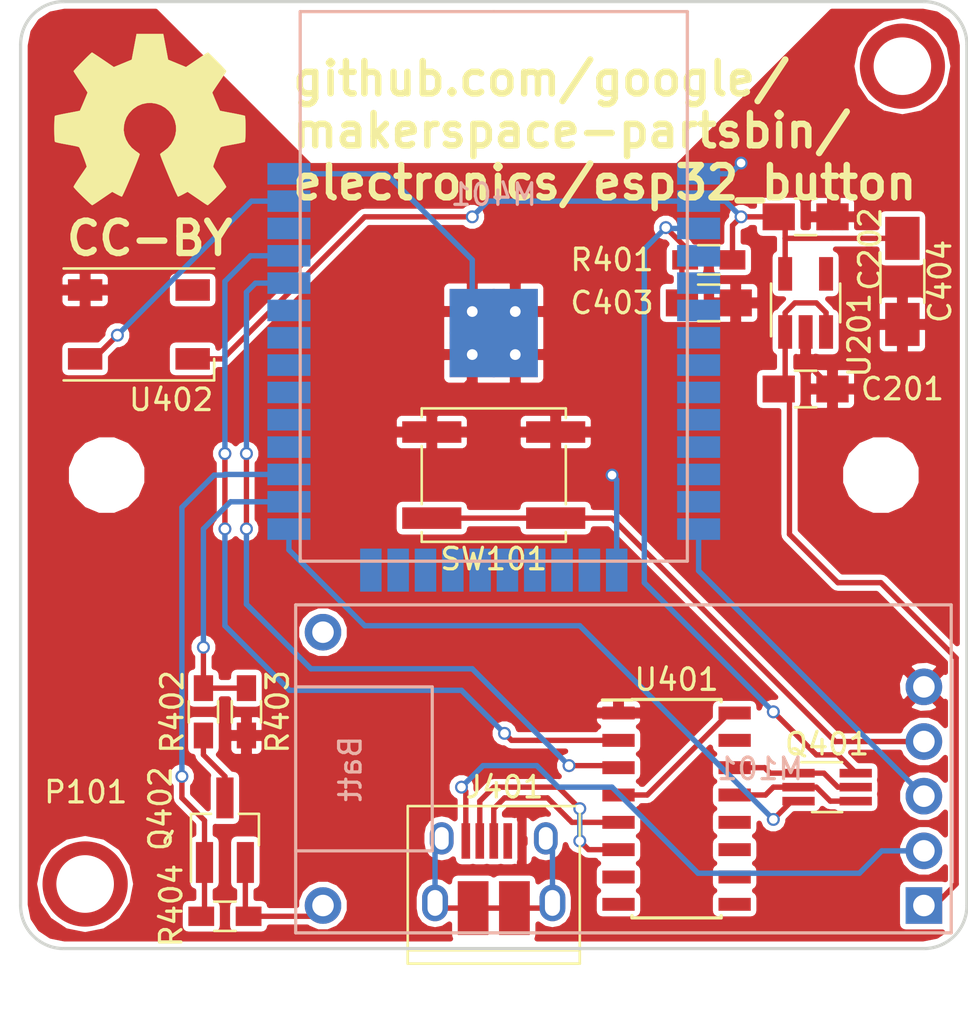
<source format=kicad_pcb>
(kicad_pcb (version 4) (host pcbnew 4.0.6-e0-6349~53~ubuntu14.04.1)

  (general
    (links 56)
    (no_connects 0)
    (area 95.924999 51.924999 140.075001 96.075001)
    (thickness 1.6)
    (drawings 10)
    (tracks 189)
    (zones 0)
    (modules 22)
    (nets 22)
  )

  (page A4)
  (layers
    (0 F.Cu signal)
    (31 B.Cu signal)
    (32 B.Adhes user)
    (33 F.Adhes user)
    (34 B.Paste user)
    (35 F.Paste user)
    (36 B.SilkS user)
    (37 F.SilkS user)
    (38 B.Mask user)
    (39 F.Mask user)
    (40 Dwgs.User user)
    (41 Cmts.User user)
    (42 Eco1.User user)
    (43 Eco2.User user)
    (44 Edge.Cuts user)
    (45 Margin user)
    (46 B.CrtYd user)
    (47 F.CrtYd user)
    (48 B.Fab user)
    (49 F.Fab user)
  )

  (setup
    (last_trace_width 0.25)
    (trace_clearance 0.2)
    (zone_clearance 0.254)
    (zone_45_only yes)
    (trace_min 0.2)
    (segment_width 0.2)
    (edge_width 0.15)
    (via_size 0.6)
    (via_drill 0.4)
    (via_min_size 0.4)
    (via_min_drill 0.3)
    (uvia_size 0.3)
    (uvia_drill 0.1)
    (uvias_allowed no)
    (uvia_min_size 0.2)
    (uvia_min_drill 0.1)
    (pcb_text_width 0.3)
    (pcb_text_size 1.5 1.5)
    (mod_edge_width 0.15)
    (mod_text_size 1 1)
    (mod_text_width 0.15)
    (pad_size 1.524 1.524)
    (pad_drill 0.762)
    (pad_to_mask_clearance 0.2)
    (aux_axis_origin 96 52)
    (grid_origin 96 52)
    (visible_elements FFFFFF7F)
    (pcbplotparams
      (layerselection 0x00030_80000001)
      (usegerberextensions false)
      (excludeedgelayer true)
      (linewidth 0.100000)
      (plotframeref false)
      (viasonmask false)
      (mode 1)
      (useauxorigin false)
      (hpglpennumber 1)
      (hpglpenspeed 20)
      (hpglpendiameter 15)
      (hpglpenoverlay 2)
      (psnegative false)
      (psa4output false)
      (plotreference true)
      (plotvalue true)
      (plotinvisibletext false)
      (padsonsilk false)
      (subtractmaskfromsilk false)
      (outputformat 1)
      (mirror false)
      (drillshape 1)
      (scaleselection 1)
      (outputdirectory ""))
  )

  (net 0 "")
  (net 1 /power/5VIN)
  (net 2 GND)
  (net 3 /power/3V3OUT)
  (net 4 /esp_module/CHIP_PD)
  (net 5 /usb/USB5V)
  (net 6 "Net-(J401-Pad2)")
  (net 7 "Net-(J401-Pad3)")
  (net 8 "Net-(J401-Pad6)")
  (net 9 /esp_module/KEEPALIVE)
  (net 10 "Net-(M101-Pad4)")
  (net 11 /esp_module/BATTV)
  (net 12 /esp_module/IO0)
  (net 13 "Net-(M401-Pad26)")
  (net 14 "Net-(M401-Pad27)")
  (net 15 /esp_module/RXD)
  (net 16 /esp_module/TXD)
  (net 17 "Net-(M401-Pad37)")
  (net 18 /usb/~RTS)
  (net 19 /usb/~DTR)
  (net 20 "Net-(Q402-Pad3)")
  (net 21 /usb/REGULATED_3V3)

  (net_class Default "This is the default net class."
    (clearance 0.2)
    (trace_width 0.25)
    (via_dia 0.6)
    (via_drill 0.4)
    (uvia_dia 0.3)
    (uvia_drill 0.1)
    (add_net /esp_module/BATTV)
    (add_net /esp_module/CHIP_PD)
    (add_net /esp_module/IO0)
    (add_net /esp_module/KEEPALIVE)
    (add_net /esp_module/RXD)
    (add_net /esp_module/TXD)
    (add_net /power/3V3OUT)
    (add_net /power/5VIN)
    (add_net /usb/REGULATED_3V3)
    (add_net /usb/USB5V)
    (add_net /usb/~DTR)
    (add_net /usb/~RTS)
    (add_net GND)
    (add_net "Net-(J401-Pad2)")
    (add_net "Net-(J401-Pad3)")
    (add_net "Net-(J401-Pad6)")
    (add_net "Net-(M101-Pad4)")
    (add_net "Net-(M401-Pad26)")
    (add_net "Net-(M401-Pad27)")
    (add_net "Net-(M401-Pad37)")
    (add_net "Net-(Q402-Pad3)")
  )

  (module Stepup_Modules:STEPUP_SWITCH_V1 (layer B.Cu) (tedit 59E7C86C) (tstamp 59E7CE3A)
    (at 138 94 180)
    (path /59E7C9CA)
    (fp_text reference M101 (at 7.62 6.35 360) (layer B.SilkS)
      (effects (font (size 1 1) (thickness 0.15)) (justify mirror))
    )
    (fp_text value STEPUP_SWITCH_V1 (at 15.24 -2.54 180) (layer B.Fab)
      (effects (font (size 1 1) (thickness 0.15)) (justify mirror))
    )
    (fp_line (start 1.27 -1.27) (end 12.7 13.97) (layer B.Fab) (width 0.15))
    (fp_line (start 1.27 13.97) (end 12.7 -1.27) (layer B.Fab) (width 0.15))
    (fp_line (start 12.7 -1.27) (end 12.7 13.97) (layer B.Fab) (width 0.15))
    (fp_line (start 12.7 13.97) (end 1.27 13.97) (layer B.Fab) (width 0.15))
    (fp_line (start 1.27 13.97) (end 1.27 -1.27) (layer B.Fab) (width 0.15))
    (fp_line (start 1.27 -1.27) (end 12.7 -1.27) (layer B.Fab) (width 0.15))
    (fp_text user Batt (at 26.67 6.35 450) (layer B.SilkS)
      (effects (font (size 1 1) (thickness 0.15)) (justify mirror))
    )
    (fp_line (start 29.21 10.16) (end 22.86 10.16) (layer B.SilkS) (width 0.15))
    (fp_line (start 22.86 10.16) (end 22.86 2.54) (layer B.SilkS) (width 0.15))
    (fp_line (start 22.86 2.54) (end 29.21 2.54) (layer B.SilkS) (width 0.15))
    (fp_line (start -1.27 -1.27) (end 29.21 -1.27) (layer B.SilkS) (width 0.15))
    (fp_line (start 29.21 -1.27) (end 29.21 13.97) (layer B.SilkS) (width 0.15))
    (fp_line (start 29.21 13.97) (end -1.27 13.97) (layer B.SilkS) (width 0.15))
    (fp_line (start -1.27 13.97) (end -1.27 -1.27) (layer B.SilkS) (width 0.15))
    (pad 1 thru_hole rect (at 0 0 180) (size 1.7 1.7) (drill 1) (layers *.Cu *.Mask)
      (net 1 /power/5VIN))
    (pad 2 thru_hole circle (at 0 2.54 180) (size 1.7 1.7) (drill 1) (layers *.Cu *.Mask)
      (net 5 /usb/USB5V))
    (pad 3 thru_hole circle (at 0 5.08 180) (size 1.7 1.7) (drill 1) (layers *.Cu *.Mask)
      (net 9 /esp_module/KEEPALIVE))
    (pad 4 thru_hole circle (at 0 7.62 180) (size 1.7 1.7) (drill 1) (layers *.Cu *.Mask)
      (net 10 "Net-(M101-Pad4)"))
    (pad 5 thru_hole circle (at 0 10.16 180) (size 1.7 1.7) (drill 1) (layers *.Cu *.Mask)
      (net 2 GND))
    (pad 7 thru_hole circle (at 27.94 0 180) (size 1.7 1.7) (drill 1) (layers *.Cu *.Mask)
      (net 11 /esp_module/BATTV))
    (pad 8 thru_hole circle (at 27.94 12.7 180) (size 1.7 1.7) (drill 1) (layers *.Cu *.Mask))
  )

  (module Capacitors_SMD:C_0805_HandSoldering (layer F.Cu) (tedit 59E7F05D) (tstamp 59E7CDF4)
    (at 132.5 70)
    (descr "Capacitor SMD 0805, hand soldering")
    (tags "capacitor 0805")
    (path /59E66932/59E69DDB)
    (attr smd)
    (fp_text reference C201 (at 4.5 0) (layer F.SilkS)
      (effects (font (size 1 1) (thickness 0.15)))
    )
    (fp_text value C (at 0 1.75) (layer F.Fab)
      (effects (font (size 1 1) (thickness 0.15)))
    )
    (fp_text user %R (at 4.5 0) (layer F.Fab)
      (effects (font (size 1 1) (thickness 0.15)))
    )
    (fp_line (start -1 0.62) (end -1 -0.62) (layer F.Fab) (width 0.1))
    (fp_line (start 1 0.62) (end -1 0.62) (layer F.Fab) (width 0.1))
    (fp_line (start 1 -0.62) (end 1 0.62) (layer F.Fab) (width 0.1))
    (fp_line (start -1 -0.62) (end 1 -0.62) (layer F.Fab) (width 0.1))
    (fp_line (start 0.5 -0.85) (end -0.5 -0.85) (layer F.SilkS) (width 0.12))
    (fp_line (start -0.5 0.85) (end 0.5 0.85) (layer F.SilkS) (width 0.12))
    (fp_line (start -2.25 -0.88) (end 2.25 -0.88) (layer F.CrtYd) (width 0.05))
    (fp_line (start -2.25 -0.88) (end -2.25 0.87) (layer F.CrtYd) (width 0.05))
    (fp_line (start 2.25 0.87) (end 2.25 -0.88) (layer F.CrtYd) (width 0.05))
    (fp_line (start 2.25 0.87) (end -2.25 0.87) (layer F.CrtYd) (width 0.05))
    (pad 1 smd rect (at -1.25 0) (size 1.5 1.25) (layers F.Cu F.Paste F.Mask)
      (net 1 /power/5VIN))
    (pad 2 smd rect (at 1.25 0) (size 1.5 1.25) (layers F.Cu F.Paste F.Mask)
      (net 2 GND))
    (model Capacitors_SMD.3dshapes/C_0805.wrl
      (at (xyz 0 0 0))
      (scale (xyz 1 1 1))
      (rotate (xyz 0 0 0))
    )
  )

  (module Capacitors_SMD:C_0805_HandSoldering (layer F.Cu) (tedit 59E7F06B) (tstamp 59E7CDFA)
    (at 132.5 62)
    (descr "Capacitor SMD 0805, hand soldering")
    (tags "capacitor 0805")
    (path /59E66932/59E69E06)
    (attr smd)
    (fp_text reference C202 (at 3 1.5 90) (layer F.SilkS)
      (effects (font (size 1 1) (thickness 0.15)))
    )
    (fp_text value C (at 0 1.75) (layer F.Fab)
      (effects (font (size 1 1) (thickness 0.15)))
    )
    (fp_text user %R (at 3 1.5 90) (layer F.Fab)
      (effects (font (size 1 1) (thickness 0.15)))
    )
    (fp_line (start -1 0.62) (end -1 -0.62) (layer F.Fab) (width 0.1))
    (fp_line (start 1 0.62) (end -1 0.62) (layer F.Fab) (width 0.1))
    (fp_line (start 1 -0.62) (end 1 0.62) (layer F.Fab) (width 0.1))
    (fp_line (start -1 -0.62) (end 1 -0.62) (layer F.Fab) (width 0.1))
    (fp_line (start 0.5 -0.85) (end -0.5 -0.85) (layer F.SilkS) (width 0.12))
    (fp_line (start -0.5 0.85) (end 0.5 0.85) (layer F.SilkS) (width 0.12))
    (fp_line (start -2.25 -0.88) (end 2.25 -0.88) (layer F.CrtYd) (width 0.05))
    (fp_line (start -2.25 -0.88) (end -2.25 0.87) (layer F.CrtYd) (width 0.05))
    (fp_line (start 2.25 0.87) (end 2.25 -0.88) (layer F.CrtYd) (width 0.05))
    (fp_line (start 2.25 0.87) (end -2.25 0.87) (layer F.CrtYd) (width 0.05))
    (pad 1 smd rect (at -1.25 0) (size 1.5 1.25) (layers F.Cu F.Paste F.Mask)
      (net 3 /power/3V3OUT))
    (pad 2 smd rect (at 1.25 0) (size 1.5 1.25) (layers F.Cu F.Paste F.Mask)
      (net 2 GND))
    (model Capacitors_SMD.3dshapes/C_0805.wrl
      (at (xyz 0 0 0))
      (scale (xyz 1 1 1))
      (rotate (xyz 0 0 0))
    )
  )

  (module Capacitors_SMD:C_0805_HandSoldering (layer F.Cu) (tedit 59E7F031) (tstamp 59E7CE0C)
    (at 128 66)
    (descr "Capacitor SMD 0805, hand soldering")
    (tags "capacitor 0805")
    (path /59E6A636/59E6A905)
    (attr smd)
    (fp_text reference C403 (at -4.5 0) (layer F.SilkS)
      (effects (font (size 1 1) (thickness 0.15)))
    )
    (fp_text value 1u (at 0 1.75) (layer F.Fab)
      (effects (font (size 1 1) (thickness 0.15)))
    )
    (fp_text user %R (at -4.5 0) (layer F.Fab)
      (effects (font (size 1 1) (thickness 0.15)))
    )
    (fp_line (start -1 0.62) (end -1 -0.62) (layer F.Fab) (width 0.1))
    (fp_line (start 1 0.62) (end -1 0.62) (layer F.Fab) (width 0.1))
    (fp_line (start 1 -0.62) (end 1 0.62) (layer F.Fab) (width 0.1))
    (fp_line (start -1 -0.62) (end 1 -0.62) (layer F.Fab) (width 0.1))
    (fp_line (start 0.5 -0.85) (end -0.5 -0.85) (layer F.SilkS) (width 0.12))
    (fp_line (start -0.5 0.85) (end 0.5 0.85) (layer F.SilkS) (width 0.12))
    (fp_line (start -2.25 -0.88) (end 2.25 -0.88) (layer F.CrtYd) (width 0.05))
    (fp_line (start -2.25 -0.88) (end -2.25 0.87) (layer F.CrtYd) (width 0.05))
    (fp_line (start 2.25 0.87) (end 2.25 -0.88) (layer F.CrtYd) (width 0.05))
    (fp_line (start 2.25 0.87) (end -2.25 0.87) (layer F.CrtYd) (width 0.05))
    (pad 1 smd rect (at -1.25 0) (size 1.5 1.25) (layers F.Cu F.Paste F.Mask)
      (net 4 /esp_module/CHIP_PD))
    (pad 2 smd rect (at 1.25 0) (size 1.5 1.25) (layers F.Cu F.Paste F.Mask)
      (net 2 GND))
    (model Capacitors_SMD.3dshapes/C_0805.wrl
      (at (xyz 0 0 0))
      (scale (xyz 1 1 1))
      (rotate (xyz 0 0 0))
    )
  )

  (module Capacitors_SMD:C_1206_HandSoldering (layer F.Cu) (tedit 58AA84D1) (tstamp 59E7CE12)
    (at 137 65 270)
    (descr "Capacitor SMD 1206, hand soldering")
    (tags "capacitor 1206")
    (path /59E6A636/59E6A7D2)
    (attr smd)
    (fp_text reference C404 (at 0 -1.75 270) (layer F.SilkS)
      (effects (font (size 1 1) (thickness 0.15)))
    )
    (fp_text value 47u (at 0 2 270) (layer F.Fab)
      (effects (font (size 1 1) (thickness 0.15)))
    )
    (fp_text user %R (at 0 -1.75 270) (layer F.Fab)
      (effects (font (size 1 1) (thickness 0.15)))
    )
    (fp_line (start -1.6 0.8) (end -1.6 -0.8) (layer F.Fab) (width 0.1))
    (fp_line (start 1.6 0.8) (end -1.6 0.8) (layer F.Fab) (width 0.1))
    (fp_line (start 1.6 -0.8) (end 1.6 0.8) (layer F.Fab) (width 0.1))
    (fp_line (start -1.6 -0.8) (end 1.6 -0.8) (layer F.Fab) (width 0.1))
    (fp_line (start 1 -1.02) (end -1 -1.02) (layer F.SilkS) (width 0.12))
    (fp_line (start -1 1.02) (end 1 1.02) (layer F.SilkS) (width 0.12))
    (fp_line (start -3.25 -1.05) (end 3.25 -1.05) (layer F.CrtYd) (width 0.05))
    (fp_line (start -3.25 -1.05) (end -3.25 1.05) (layer F.CrtYd) (width 0.05))
    (fp_line (start 3.25 1.05) (end 3.25 -1.05) (layer F.CrtYd) (width 0.05))
    (fp_line (start 3.25 1.05) (end -3.25 1.05) (layer F.CrtYd) (width 0.05))
    (pad 1 smd rect (at -2 0 270) (size 2 1.6) (layers F.Cu F.Paste F.Mask)
      (net 3 /power/3V3OUT))
    (pad 2 smd rect (at 2 0 270) (size 2 1.6) (layers F.Cu F.Paste F.Mask)
      (net 2 GND))
    (model Capacitors_SMD.3dshapes/C_1206.wrl
      (at (xyz 0 0 0))
      (scale (xyz 1 1 1))
      (rotate (xyz 0 0 0))
    )
  )

  (module Connectors:USB_Micro-B_10103594-0001LF (layer F.Cu) (tedit 59E7F11A) (tstamp 59E7CE21)
    (at 118 92.5)
    (descr "Micro USB Type B 10103594-0001LF")
    (tags "USB USB_B USB_micro USB_OTG")
    (path /59E66ED4/59E66EE5)
    (attr smd)
    (fp_text reference J401 (at 0.5 -4) (layer F.SilkS)
      (effects (font (size 1 1) (thickness 0.15)))
    )
    (fp_text value USB_OTG (at 0 6.17) (layer F.Fab)
      (effects (font (size 1 1) (thickness 0.15)))
    )
    (fp_line (start -4.25 -3.4) (end 4.25 -3.4) (layer F.CrtYd) (width 0.05))
    (fp_line (start 4.25 -3.4) (end 4.25 4.45) (layer F.CrtYd) (width 0.05))
    (fp_line (start 4.25 4.45) (end -4.25 4.45) (layer F.CrtYd) (width 0.05))
    (fp_line (start -4.25 4.45) (end -4.25 -3.4) (layer F.CrtYd) (width 0.05))
    (fp_line (start -4 4.2) (end 4 4.2) (layer F.SilkS) (width 0.12))
    (fp_line (start -4 -3.12) (end 4 -3.12) (layer F.SilkS) (width 0.12))
    (fp_line (start 4 -3.12) (end 4 4.2) (layer F.SilkS) (width 0.12))
    (fp_line (start 4 3.58) (end -4 3.58) (layer F.SilkS) (width 0.12))
    (fp_line (start -4 4.2) (end -4 -3.12) (layer F.SilkS) (width 0.12))
    (pad 1 smd rect (at -1.3 -1.5 90) (size 1.65 0.4) (layers F.Cu F.Paste F.Mask)
      (net 5 /usb/USB5V))
    (pad 2 smd rect (at -0.65 -1.5 90) (size 1.65 0.4) (layers F.Cu F.Paste F.Mask)
      (net 6 "Net-(J401-Pad2)"))
    (pad 3 smd rect (at 0 -1.5 90) (size 1.65 0.4) (layers F.Cu F.Paste F.Mask)
      (net 7 "Net-(J401-Pad3)"))
    (pad 4 smd rect (at 0.65 -1.5 90) (size 1.65 0.4) (layers F.Cu F.Paste F.Mask))
    (pad 5 smd rect (at 1.3 -1.5 90) (size 1.65 0.4) (layers F.Cu F.Paste F.Mask)
      (net 2 GND))
    (pad 6 thru_hole oval (at -2.42 -1.62 90) (size 1.5 1.1) (drill oval 1.05 0.65) (layers *.Cu *.Mask)
      (net 8 "Net-(J401-Pad6)"))
    (pad 6 thru_hole oval (at 2.42 -1.62 90) (size 1.5 1.1) (drill oval 1.05 0.65) (layers *.Cu *.Mask)
      (net 8 "Net-(J401-Pad6)"))
    (pad 6 thru_hole oval (at -2.73 1.38 90) (size 1.7 1.2) (drill oval 1.2 0.7) (layers *.Cu *.Mask)
      (net 8 "Net-(J401-Pad6)"))
    (pad 6 thru_hole oval (at 2.73 1.38 90) (size 1.7 1.2) (drill oval 1.2 0.7) (layers *.Cu *.Mask)
      (net 8 "Net-(J401-Pad6)"))
    (pad 6 smd rect (at -0.96 1.62 90) (size 2.5 1.43) (layers F.Cu F.Paste F.Mask)
      (net 8 "Net-(J401-Pad6)"))
    (pad 6 smd rect (at 0.96 1.62 90) (size 2.5 1.43) (layers F.Cu F.Paste F.Mask)
      (net 8 "Net-(J401-Pad6)"))
  )

  (module ESP32:WROOM32 (layer B.Cu) (tedit 59E662BE) (tstamp 59E7CE68)
    (at 118 60 180)
    (path /59E6A636/59E6A705)
    (fp_text reference M401 (at 0 -0.965 180) (layer B.SilkS)
      (effects (font (size 1 1) (thickness 0.15)) (justify mirror))
    )
    (fp_text value WROOM32 (at 0 -3.465 180) (layer B.Fab)
      (effects (font (size 1 1) (thickness 0.15)) (justify mirror))
    )
    (fp_line (start 9 7.535) (end -9 0.635) (layer B.Fab) (width 0.15))
    (fp_line (start -9 7.535) (end 9 0.635) (layer B.Fab) (width 0.15))
    (fp_line (start -9 0.635) (end 9 0.635) (layer B.Fab) (width 0.15))
    (fp_text user "NO COPPER" (at 0 1.635 180) (layer B.Fab)
      (effects (font (size 1 1) (thickness 0.15)) (justify mirror))
    )
    (fp_line (start 9 -18) (end -9 -18) (layer B.SilkS) (width 0.15))
    (fp_line (start -9 -18) (end -9 7.535) (layer B.SilkS) (width 0.15))
    (fp_line (start 9 0.635) (end 9 -18) (layer B.SilkS) (width 0.15))
    (fp_line (start 9 -17.865) (end 9 -17.965) (layer B.SilkS) (width 0.15))
    (fp_line (start 0 7.535) (end 9 7.535) (layer B.SilkS) (width 0.15))
    (fp_line (start 9 7.535) (end 9 0.635) (layer B.SilkS) (width 0.15))
    (fp_line (start -9 7.535) (end 0 7.535) (layer B.SilkS) (width 0.15))
    (pad 1 smd rect (at -9.525 0 180) (size 2 1) (layers B.Cu B.Paste B.Mask)
      (net 2 GND))
    (pad 2 smd rect (at -9.525 -1.27 180) (size 2 1) (layers B.Cu B.Paste B.Mask)
      (net 3 /power/3V3OUT))
    (pad 3 smd rect (at -9.525 -2.54 180) (size 2 1) (layers B.Cu B.Paste B.Mask)
      (net 4 /esp_module/CHIP_PD))
    (pad 4 smd rect (at -9.525 -3.81 180) (size 2 1) (layers B.Cu B.Paste B.Mask))
    (pad 5 smd rect (at -9.525 -5.08 180) (size 2 1) (layers B.Cu B.Paste B.Mask))
    (pad 6 smd rect (at -9.525 -6.35 180) (size 2 1) (layers B.Cu B.Paste B.Mask))
    (pad 7 smd rect (at -9.525 -7.62 180) (size 2 1) (layers B.Cu B.Paste B.Mask))
    (pad 8 smd rect (at -9.525 -8.89 180) (size 2 1) (layers B.Cu B.Paste B.Mask))
    (pad 9 smd rect (at -9.525 -10.16 180) (size 2 1) (layers B.Cu B.Paste B.Mask))
    (pad 10 smd rect (at -9.525 -11.43 180) (size 2 1) (layers B.Cu B.Paste B.Mask))
    (pad 11 smd rect (at -9.525 -12.7 180) (size 2 1) (layers B.Cu B.Paste B.Mask))
    (pad 12 smd rect (at -9.525 -13.97 180) (size 2 1) (layers B.Cu B.Paste B.Mask))
    (pad 13 smd rect (at -9.525 -15.24 180) (size 2 1) (layers B.Cu B.Paste B.Mask))
    (pad 14 smd rect (at -9.525 -16.51 180) (size 2 1) (layers B.Cu B.Paste B.Mask)
      (net 9 /esp_module/KEEPALIVE))
    (pad 15 smd rect (at -5.715 -18.415 180) (size 1 2) (layers B.Cu B.Paste B.Mask)
      (net 2 GND))
    (pad 16 smd rect (at -4.445 -18.415 180) (size 1 2) (layers B.Cu B.Paste B.Mask))
    (pad 17 smd rect (at -3.175 -18.415 180) (size 1 2) (layers B.Cu B.Paste B.Mask))
    (pad 18 smd rect (at -1.905 -18.415 180) (size 1 2) (layers B.Cu B.Paste B.Mask))
    (pad 19 smd rect (at -0.635 -18.415 180) (size 1 2) (layers B.Cu B.Paste B.Mask))
    (pad 20 smd rect (at 0.635 -18.415 180) (size 1 2) (layers B.Cu B.Paste B.Mask))
    (pad 21 smd rect (at 1.905 -18.415 180) (size 1 2) (layers B.Cu B.Paste B.Mask))
    (pad 22 smd rect (at 3.175 -18.415 180) (size 1 2) (layers B.Cu B.Paste B.Mask))
    (pad 23 smd rect (at 4.445 -18.415 180) (size 1 2) (layers B.Cu B.Paste B.Mask))
    (pad 24 smd rect (at 5.715 -18.415 180) (size 1 2) (layers B.Cu B.Paste B.Mask))
    (pad 25 smd rect (at 9.525 -16.51 180) (size 2 1) (layers B.Cu B.Paste B.Mask)
      (net 12 /esp_module/IO0))
    (pad 26 smd rect (at 9.525 -15.24 180) (size 2 1) (layers B.Cu B.Paste B.Mask)
      (net 13 "Net-(M401-Pad26)"))
    (pad 27 smd rect (at 9.525 -13.97 180) (size 2 1) (layers B.Cu B.Paste B.Mask)
      (net 14 "Net-(M401-Pad27)"))
    (pad 28 smd rect (at 9.525 -12.7 180) (size 2 1) (layers B.Cu B.Paste B.Mask))
    (pad 29 smd rect (at 9.525 -11.43 180) (size 2 1) (layers B.Cu B.Paste B.Mask))
    (pad 30 smd rect (at 9.525 -10.16 180) (size 2 1) (layers B.Cu B.Paste B.Mask))
    (pad 31 smd rect (at 9.525 -8.89 180) (size 2 1) (layers B.Cu B.Paste B.Mask))
    (pad 32 smd rect (at 9.525 -7.62 180) (size 2 1) (layers B.Cu B.Paste B.Mask))
    (pad 33 smd rect (at 9.525 -6.35 180) (size 2 1) (layers B.Cu B.Paste B.Mask))
    (pad 34 smd rect (at 9.525 -5.08 180) (size 2 1) (layers B.Cu B.Paste B.Mask)
      (net 15 /esp_module/RXD))
    (pad 35 smd rect (at 9.525 -3.81 180) (size 2 1) (layers B.Cu B.Paste B.Mask)
      (net 16 /esp_module/TXD))
    (pad 36 smd rect (at 9.525 -2.54 180) (size 2 1) (layers B.Cu B.Paste B.Mask))
    (pad 37 smd rect (at 9.525 -1.27 180) (size 2 1) (layers B.Cu B.Paste B.Mask)
      (net 17 "Net-(M401-Pad37)"))
    (pad 38 smd rect (at 9.525 0 180) (size 2 1) (layers B.Cu B.Paste B.Mask)
      (net 2 GND))
    (pad 39 thru_hole rect (at -1 -6.4 180) (size 2.1 2.1) (drill 0.5) (layers *.Cu *.Mask)
      (net 2 GND))
    (pad 39 thru_hole rect (at 1 -6.4 180) (size 2.1 2.1) (drill 0.5) (layers *.Cu *.Mask)
      (net 2 GND))
    (pad 39 thru_hole rect (at -1 -8.4 180) (size 2.1 2.1) (drill 0.5) (layers *.Cu *.Mask)
      (net 2 GND))
    (pad 39 thru_hole rect (at 1 -8.4 180) (size 2.1 2.1) (drill 0.5) (layers *.Cu *.Mask)
      (net 2 GND))
  )

  (module Fiducials:Fiducial_Modern_CopperTop (layer F.Cu) (tedit 59E7EC9F) (tstamp 59E7CE72)
    (at 137 55)
    (descr "Fiducial, Modern, Copper Top, Passermarke,")
    (tags "Fiducial, Modern, Copper Top, Passermarke,")
    (path /59E6F77A)
    (fp_text reference P102 (at 0.03048 -4.26974) (layer F.SilkS) hide
      (effects (font (size 1 1) (thickness 0.15)))
    )
    (fp_text value FID (at 0.81026 4.18084) (layer F.Fab)
      (effects (font (size 1 1) (thickness 0.15)))
    )
    (fp_circle (center 0 0) (end 1.52908 0) (layer F.Cu) (width 0.381))
    (fp_circle (center 0 0) (end 1.7907 0) (layer F.Cu) (width 0.381))
    (pad ~ smd circle (at 0 0) (size 4.8006 4.8006) (layers F.Mask)
      (solder_mask_margin 2.99974))
  )

  (module Symbols:OSHW-Symbol_8.9x8mm_SilkScreen (layer F.Cu) (tedit 0) (tstamp 59E7CE76)
    (at 102 57.5)
    (descr "Open Source Hardware Symbol")
    (tags "Logo Symbol OSHW")
    (path /59E6F41D)
    (attr virtual)
    (fp_text reference P103 (at 0 0) (layer F.SilkS) hide
      (effects (font (size 1 1) (thickness 0.15)))
    )
    (fp_text value OSHW (at 0.75 0) (layer F.Fab) hide
      (effects (font (size 1 1) (thickness 0.15)))
    )
    (fp_poly (pts (xy 0.746536 -3.399573) (xy 0.859118 -2.802382) (xy 1.274531 -2.631135) (xy 1.689945 -2.459888)
      (xy 2.188302 -2.798767) (xy 2.327869 -2.893123) (xy 2.454029 -2.97737) (xy 2.560896 -3.047662)
      (xy 2.642583 -3.100153) (xy 2.693202 -3.130996) (xy 2.706987 -3.137647) (xy 2.731821 -3.120542)
      (xy 2.784889 -3.073256) (xy 2.860241 -3.001828) (xy 2.95193 -2.9123) (xy 3.054008 -2.810711)
      (xy 3.160527 -2.703102) (xy 3.265537 -2.595513) (xy 3.363092 -2.493985) (xy 3.447243 -2.404559)
      (xy 3.512041 -2.333274) (xy 3.551538 -2.286172) (xy 3.560981 -2.270408) (xy 3.547392 -2.241347)
      (xy 3.509294 -2.177679) (xy 3.450694 -2.085633) (xy 3.375598 -1.971436) (xy 3.288009 -1.841316)
      (xy 3.237255 -1.767099) (xy 3.144746 -1.631578) (xy 3.062541 -1.509284) (xy 2.994631 -1.406305)
      (xy 2.945001 -1.328727) (xy 2.917641 -1.282639) (xy 2.91353 -1.272953) (xy 2.92285 -1.245426)
      (xy 2.948255 -1.181272) (xy 2.985912 -1.08951) (xy 3.031987 -0.979161) (xy 3.082647 -0.859245)
      (xy 3.13406 -0.738781) (xy 3.18239 -0.626791) (xy 3.223807 -0.532293) (xy 3.254475 -0.464308)
      (xy 3.270562 -0.431857) (xy 3.271512 -0.43058) (xy 3.296773 -0.424383) (xy 3.364046 -0.41056)
      (xy 3.466361 -0.390468) (xy 3.596742 -0.365466) (xy 3.748217 -0.336914) (xy 3.836594 -0.320449)
      (xy 3.998453 -0.289631) (xy 4.14465 -0.260306) (xy 4.267788 -0.234079) (xy 4.36047 -0.212554)
      (xy 4.415302 -0.197335) (xy 4.426324 -0.192507) (xy 4.437119 -0.159826) (xy 4.44583 -0.086015)
      (xy 4.452461 0.020292) (xy 4.457019 0.150467) (xy 4.45951 0.295876) (xy 4.459939 0.44789)
      (xy 4.458312 0.597877) (xy 4.454636 0.737206) (xy 4.448916 0.857245) (xy 4.441158 0.949365)
      (xy 4.431369 1.004932) (xy 4.425497 1.0165) (xy 4.3904 1.030365) (xy 4.316029 1.050188)
      (xy 4.212224 1.073639) (xy 4.08882 1.098391) (xy 4.045742 1.106398) (xy 3.838048 1.144441)
      (xy 3.673985 1.175079) (xy 3.548131 1.199529) (xy 3.455066 1.219009) (xy 3.389368 1.234736)
      (xy 3.345618 1.247928) (xy 3.318393 1.259804) (xy 3.302273 1.27158) (xy 3.300018 1.273908)
      (xy 3.277504 1.3114) (xy 3.243159 1.384365) (xy 3.200412 1.483867) (xy 3.152693 1.600973)
      (xy 3.103431 1.726748) (xy 3.056056 1.852257) (xy 3.013996 1.968565) (xy 2.980681 2.066739)
      (xy 2.959542 2.137843) (xy 2.954006 2.172942) (xy 2.954467 2.174172) (xy 2.973224 2.202861)
      (xy 3.015777 2.265985) (xy 3.077654 2.356973) (xy 3.154383 2.469255) (xy 3.241492 2.59626)
      (xy 3.266299 2.632353) (xy 3.354753 2.763203) (xy 3.432589 2.882591) (xy 3.495567 2.983662)
      (xy 3.539446 3.059559) (xy 3.559986 3.103427) (xy 3.560981 3.108817) (xy 3.543723 3.137144)
      (xy 3.496036 3.193261) (xy 3.424051 3.271137) (xy 3.333898 3.36474) (xy 3.231706 3.468041)
      (xy 3.123606 3.575006) (xy 3.015729 3.679606) (xy 2.914205 3.775809) (xy 2.825163 3.857584)
      (xy 2.754734 3.9189) (xy 2.709048 3.953726) (xy 2.69641 3.959412) (xy 2.666992 3.94602)
      (xy 2.606762 3.909899) (xy 2.52553 3.857136) (xy 2.463031 3.814667) (xy 2.349786 3.73674)
      (xy 2.215675 3.644984) (xy 2.081156 3.553375) (xy 2.008834 3.504346) (xy 1.764039 3.33877)
      (xy 1.558551 3.449875) (xy 1.464937 3.498548) (xy 1.385331 3.536381) (xy 1.331468 3.557958)
      (xy 1.317758 3.560961) (xy 1.301271 3.538793) (xy 1.268746 3.476149) (xy 1.222609 3.378809)
      (xy 1.165291 3.252549) (xy 1.099217 3.10315) (xy 1.026816 2.936388) (xy 0.950517 2.758042)
      (xy 0.872747 2.573891) (xy 0.795935 2.389712) (xy 0.722507 2.211285) (xy 0.654893 2.044387)
      (xy 0.595521 1.894797) (xy 0.546817 1.768293) (xy 0.511211 1.670654) (xy 0.491131 1.607657)
      (xy 0.487901 1.586021) (xy 0.513497 1.558424) (xy 0.569539 1.513625) (xy 0.644312 1.460934)
      (xy 0.650588 1.456765) (xy 0.843846 1.302069) (xy 0.999675 1.121591) (xy 1.116725 0.921102)
      (xy 1.193646 0.706374) (xy 1.229087 0.483177) (xy 1.221698 0.257281) (xy 1.170128 0.034459)
      (xy 1.073027 -0.179521) (xy 1.044459 -0.226336) (xy 0.895869 -0.415382) (xy 0.720328 -0.567188)
      (xy 0.523911 -0.680966) (xy 0.312694 -0.755925) (xy 0.092754 -0.791278) (xy -0.129836 -0.786233)
      (xy -0.348998 -0.740001) (xy -0.558657 -0.651794) (xy -0.752738 -0.520821) (xy -0.812773 -0.467663)
      (xy -0.965564 -0.301261) (xy -1.076902 -0.126088) (xy -1.153276 0.070266) (xy -1.195812 0.264717)
      (xy -1.206313 0.483342) (xy -1.171299 0.703052) (xy -1.094326 0.91642) (xy -0.978952 1.116022)
      (xy -0.828734 1.294429) (xy -0.647226 1.444217) (xy -0.623372 1.460006) (xy -0.547798 1.511712)
      (xy -0.490348 1.556512) (xy -0.462882 1.585117) (xy -0.462482 1.586021) (xy -0.468379 1.616964)
      (xy -0.491754 1.687191) (xy -0.530178 1.790925) (xy -0.581222 1.92239) (xy -0.642457 2.075807)
      (xy -0.711455 2.245401) (xy -0.785786 2.425393) (xy -0.863021 2.610008) (xy -0.940731 2.793468)
      (xy -1.016488 2.969996) (xy -1.087862 3.133814) (xy -1.152425 3.279147) (xy -1.207747 3.400217)
      (xy -1.251399 3.491247) (xy -1.280953 3.54646) (xy -1.292855 3.560961) (xy -1.329222 3.549669)
      (xy -1.397269 3.519385) (xy -1.485263 3.47552) (xy -1.533649 3.449875) (xy -1.739136 3.33877)
      (xy -1.983931 3.504346) (xy -2.108893 3.58917) (xy -2.245704 3.682516) (xy -2.373911 3.770408)
      (xy -2.438128 3.814667) (xy -2.528448 3.875318) (xy -2.604928 3.923381) (xy -2.657592 3.95277)
      (xy -2.674697 3.958982) (xy -2.699594 3.942223) (xy -2.754694 3.895436) (xy -2.834656 3.82348)
      (xy -2.934139 3.731212) (xy -3.047799 3.62349) (xy -3.119684 3.554326) (xy -3.245448 3.430757)
      (xy -3.354136 3.320234) (xy -3.441354 3.227485) (xy -3.50271 3.157237) (xy -3.533808 3.11422)
      (xy -3.536791 3.10549) (xy -3.522946 3.072284) (xy -3.484687 3.005142) (xy -3.426258 2.910863)
      (xy -3.351902 2.796245) (xy -3.265864 2.668083) (xy -3.241397 2.632353) (xy -3.152245 2.502489)
      (xy -3.072261 2.385569) (xy -3.005919 2.288162) (xy -2.957688 2.216839) (xy -2.932042 2.17817)
      (xy -2.929564 2.174172) (xy -2.93327 2.143355) (xy -2.952938 2.075599) (xy -2.985139 1.979839)
      (xy -3.026444 1.865009) (xy -3.073424 1.740044) (xy -3.12265 1.613879) (xy -3.170691 1.495448)
      (xy -3.214118 1.393685) (xy -3.249503 1.317526) (xy -3.273415 1.275904) (xy -3.275115 1.273908)
      (xy -3.289737 1.262013) (xy -3.314434 1.25025) (xy -3.354627 1.237401) (xy -3.415736 1.222249)
      (xy -3.503182 1.203576) (xy -3.622387 1.180165) (xy -3.778772 1.150797) (xy -3.977756 1.114255)
      (xy -4.020839 1.106398) (xy -4.148529 1.081727) (xy -4.259846 1.057593) (xy -4.344954 1.036324)
      (xy -4.394016 1.020248) (xy -4.400594 1.0165) (xy -4.411435 0.983273) (xy -4.420246 0.909021)
      (xy -4.427023 0.802376) (xy -4.431759 0.671967) (xy -4.434449 0.526427) (xy -4.435086 0.374386)
      (xy -4.433665 0.224476) (xy -4.430179 0.085328) (xy -4.424623 -0.034428) (xy -4.416991 -0.126159)
      (xy -4.407277 -0.181234) (xy -4.401421 -0.192507) (xy -4.368819 -0.203877) (xy -4.294581 -0.222376)
      (xy -4.186103 -0.246398) (xy -4.050782 -0.274338) (xy -3.896014 -0.304592) (xy -3.811692 -0.320449)
      (xy -3.651703 -0.350356) (xy -3.509032 -0.37745) (xy -3.390651 -0.400369) (xy -3.303534 -0.417757)
      (xy -3.254654 -0.428253) (xy -3.246609 -0.43058) (xy -3.233012 -0.456814) (xy -3.20427 -0.520005)
      (xy -3.164214 -0.611123) (xy -3.116675 -0.721143) (xy -3.065484 -0.841035) (xy -3.014473 -0.961773)
      (xy -2.967473 -1.074329) (xy -2.928315 -1.169674) (xy -2.90083 -1.238783) (xy -2.88885 -1.272626)
      (xy -2.888627 -1.274105) (xy -2.902208 -1.300803) (xy -2.940284 -1.36224) (xy -2.998852 -1.452311)
      (xy -3.073911 -1.56491) (xy -3.161459 -1.69393) (xy -3.212352 -1.768039) (xy -3.30509 -1.903923)
      (xy -3.387458 -2.027291) (xy -3.455438 -2.131903) (xy -3.505011 -2.211517) (xy -3.532157 -2.259893)
      (xy -3.536078 -2.270738) (xy -3.519224 -2.29598) (xy -3.472631 -2.349876) (xy -3.402251 -2.426387)
      (xy -3.314034 -2.519477) (xy -3.213934 -2.623105) (xy -3.107901 -2.731236) (xy -3.001888 -2.83783)
      (xy -2.901847 -2.93685) (xy -2.813729 -3.022258) (xy -2.743486 -3.088015) (xy -2.697071 -3.128084)
      (xy -2.681543 -3.137647) (xy -2.65626 -3.1242) (xy -2.595788 -3.086425) (xy -2.506007 -3.028165)
      (xy -2.392796 -2.953266) (xy -2.262036 -2.865575) (xy -2.1634 -2.798767) (xy -1.665042 -2.459888)
      (xy -1.249629 -2.631135) (xy -0.834215 -2.802382) (xy -0.721633 -3.399573) (xy -0.60905 -3.996765)
      (xy 0.633953 -3.996765) (xy 0.746536 -3.399573)) (layer F.SilkS) (width 0.01))
  )

  (module Mounting_Holes:MountingHole_3mm (layer F.Cu) (tedit 59E7EC9C) (tstamp 59E7CE7B)
    (at 136 74)
    (descr "Mounting Hole 3mm, no annular")
    (tags "mounting hole 3mm no annular")
    (path /59E6F519)
    (fp_text reference P104 (at 1 -4.5) (layer F.SilkS) hide
      (effects (font (size 1 1) (thickness 0.15)))
    )
    (fp_text value HOLE (at 0 4) (layer F.Fab)
      (effects (font (size 1 1) (thickness 0.15)))
    )
    (fp_circle (center 0 0) (end 3 0) (layer Cmts.User) (width 0.15))
    (fp_circle (center 0 0) (end 3.25 0) (layer F.CrtYd) (width 0.05))
    (pad 1 np_thru_hole circle (at 0 0) (size 3 3) (drill 3) (layers *.Cu *.Mask))
  )

  (module Mounting_Holes:MountingHole_3mm (layer F.Cu) (tedit 59E7ECA3) (tstamp 59E7CE80)
    (at 100 74)
    (descr "Mounting Hole 3mm, no annular")
    (tags "mounting hole 3mm no annular")
    (path /59E6FAED)
    (fp_text reference P105 (at 0 -4) (layer F.SilkS) hide
      (effects (font (size 1 1) (thickness 0.15)))
    )
    (fp_text value HOLE (at 0 4) (layer F.Fab)
      (effects (font (size 1 1) (thickness 0.15)))
    )
    (fp_circle (center 0 0) (end 3 0) (layer Cmts.User) (width 0.15))
    (fp_circle (center 0 0) (end 3.25 0) (layer F.CrtYd) (width 0.05))
    (pad 1 np_thru_hole circle (at 0 0) (size 3 3) (drill 3) (layers *.Cu *.Mask))
  )

  (module TO_SOT_Packages_SMD:SOT-363_SC-70-6_Handsoldering (layer F.Cu) (tedit 58CE4E7F) (tstamp 59E7CE8A)
    (at 133.5 88.5)
    (descr "SOT-363, SC-70-6, Handsoldering")
    (tags "SOT-363 SC-70-6 Handsoldering")
    (path /59E66ED4/59E68974)
    (attr smd)
    (fp_text reference Q401 (at 0 -2) (layer F.SilkS)
      (effects (font (size 1 1) (thickness 0.15)))
    )
    (fp_text value UMH3N (at 0 2 180) (layer F.Fab)
      (effects (font (size 1 1) (thickness 0.15)))
    )
    (fp_text user %R (at 0 0) (layer F.Fab)
      (effects (font (size 0.5 0.5) (thickness 0.075)))
    )
    (fp_line (start -2.4 1.4) (end 2.4 1.4) (layer F.CrtYd) (width 0.05))
    (fp_line (start 0.7 -1.16) (end -1.2 -1.16) (layer F.SilkS) (width 0.12))
    (fp_line (start -0.7 1.16) (end 0.7 1.16) (layer F.SilkS) (width 0.12))
    (fp_line (start 2.4 1.4) (end 2.4 -1.4) (layer F.CrtYd) (width 0.05))
    (fp_line (start -2.4 -1.4) (end -2.4 1.4) (layer F.CrtYd) (width 0.05))
    (fp_line (start -2.4 -1.4) (end 2.4 -1.4) (layer F.CrtYd) (width 0.05))
    (fp_line (start 0.675 -1.1) (end -0.175 -1.1) (layer F.Fab) (width 0.1))
    (fp_line (start -0.675 -0.6) (end -0.675 1.1) (layer F.Fab) (width 0.1))
    (fp_line (start 0.675 -1.1) (end 0.675 1.1) (layer F.Fab) (width 0.1))
    (fp_line (start 0.675 1.1) (end -0.675 1.1) (layer F.Fab) (width 0.1))
    (fp_line (start -0.175 -1.1) (end -0.675 -0.6) (layer F.Fab) (width 0.1))
    (pad 1 smd rect (at -1.33 -0.65) (size 1.5 0.4) (layers F.Cu F.Paste F.Mask)
      (net 18 /usb/~RTS))
    (pad 2 smd rect (at -1.33 0) (size 1.5 0.4) (layers F.Cu F.Paste F.Mask)
      (net 19 /usb/~DTR))
    (pad 3 smd rect (at -1.33 0.65) (size 1.5 0.4) (layers F.Cu F.Paste F.Mask)
      (net 12 /esp_module/IO0))
    (pad 4 smd rect (at 1.33 0.65) (size 1.5 0.4) (layers F.Cu F.Paste F.Mask)
      (net 19 /usb/~DTR))
    (pad 5 smd rect (at 1.33 0) (size 1.5 0.4) (layers F.Cu F.Paste F.Mask)
      (net 18 /usb/~RTS))
    (pad 6 smd rect (at 1.33 -0.65) (size 1.5 0.4) (layers F.Cu F.Paste F.Mask)
      (net 4 /esp_module/CHIP_PD))
    (model ${KISYS3DMOD}/TO_SOT_Packages_SMD.3dshapes/SOT-363_SC-70-6.wrl
      (at (xyz 0 0 0))
      (scale (xyz 1 1 1))
      (rotate (xyz 0 0 0))
    )
  )

  (module TO_SOT_Packages_SMD:SOT-23_Handsoldering (layer F.Cu) (tedit 59E7F110) (tstamp 59E7CE91)
    (at 105.5 90.5 90)
    (descr "SOT-23, Handsoldering")
    (tags SOT-23)
    (path /59E6A636/59E703AF)
    (attr smd)
    (fp_text reference Q402 (at 1 -3 90) (layer F.SilkS)
      (effects (font (size 1 1) (thickness 0.15)))
    )
    (fp_text value AO3401 (at 0 2.5 90) (layer F.Fab)
      (effects (font (size 1 1) (thickness 0.15)))
    )
    (fp_text user %R (at 0 0 90) (layer F.Fab)
      (effects (font (size 0.5 0.5) (thickness 0.075)))
    )
    (fp_line (start 0.76 1.58) (end 0.76 0.65) (layer F.SilkS) (width 0.12))
    (fp_line (start 0.76 -1.58) (end 0.76 -0.65) (layer F.SilkS) (width 0.12))
    (fp_line (start -2.7 -1.75) (end 2.7 -1.75) (layer F.CrtYd) (width 0.05))
    (fp_line (start 2.7 -1.75) (end 2.7 1.75) (layer F.CrtYd) (width 0.05))
    (fp_line (start 2.7 1.75) (end -2.7 1.75) (layer F.CrtYd) (width 0.05))
    (fp_line (start -2.7 1.75) (end -2.7 -1.75) (layer F.CrtYd) (width 0.05))
    (fp_line (start 0.76 -1.58) (end -2.4 -1.58) (layer F.SilkS) (width 0.12))
    (fp_line (start -0.7 -0.95) (end -0.7 1.5) (layer F.Fab) (width 0.1))
    (fp_line (start -0.15 -1.52) (end 0.7 -1.52) (layer F.Fab) (width 0.1))
    (fp_line (start -0.7 -0.95) (end -0.15 -1.52) (layer F.Fab) (width 0.1))
    (fp_line (start 0.7 -1.52) (end 0.7 1.52) (layer F.Fab) (width 0.1))
    (fp_line (start -0.7 1.52) (end 0.7 1.52) (layer F.Fab) (width 0.1))
    (fp_line (start 0.76 1.58) (end -0.7 1.58) (layer F.SilkS) (width 0.12))
    (pad 1 smd rect (at -1.5 -0.95 90) (size 1.9 0.8) (layers F.Cu F.Paste F.Mask)
      (net 14 "Net-(M401-Pad27)"))
    (pad 2 smd rect (at -1.5 0.95 90) (size 1.9 0.8) (layers F.Cu F.Paste F.Mask)
      (net 11 /esp_module/BATTV))
    (pad 3 smd rect (at 1.5 0 90) (size 1.9 0.8) (layers F.Cu F.Paste F.Mask)
      (net 20 "Net-(Q402-Pad3)"))
    (model ${KISYS3DMOD}/TO_SOT_Packages_SMD.3dshapes\SOT-23.wrl
      (at (xyz 0 0 0))
      (scale (xyz 1 1 1))
      (rotate (xyz 0 0 0))
    )
  )

  (module Resistors_SMD:R_0603_HandSoldering (layer F.Cu) (tedit 59E7F027) (tstamp 59E7CE97)
    (at 128 64 180)
    (descr "Resistor SMD 0603, hand soldering")
    (tags "resistor 0603")
    (path /59E6A636/59E6A875)
    (attr smd)
    (fp_text reference R401 (at 4.5 0 180) (layer F.SilkS)
      (effects (font (size 1 1) (thickness 0.15)))
    )
    (fp_text value 10k (at 0 1.55 180) (layer F.Fab)
      (effects (font (size 1 1) (thickness 0.15)))
    )
    (fp_text user %R (at 0 0 180) (layer F.Fab)
      (effects (font (size 0.5 0.5) (thickness 0.075)))
    )
    (fp_line (start -0.8 0.4) (end -0.8 -0.4) (layer F.Fab) (width 0.1))
    (fp_line (start 0.8 0.4) (end -0.8 0.4) (layer F.Fab) (width 0.1))
    (fp_line (start 0.8 -0.4) (end 0.8 0.4) (layer F.Fab) (width 0.1))
    (fp_line (start -0.8 -0.4) (end 0.8 -0.4) (layer F.Fab) (width 0.1))
    (fp_line (start 0.5 0.68) (end -0.5 0.68) (layer F.SilkS) (width 0.12))
    (fp_line (start -0.5 -0.68) (end 0.5 -0.68) (layer F.SilkS) (width 0.12))
    (fp_line (start -1.96 -0.7) (end 1.95 -0.7) (layer F.CrtYd) (width 0.05))
    (fp_line (start -1.96 -0.7) (end -1.96 0.7) (layer F.CrtYd) (width 0.05))
    (fp_line (start 1.95 0.7) (end 1.95 -0.7) (layer F.CrtYd) (width 0.05))
    (fp_line (start 1.95 0.7) (end -1.96 0.7) (layer F.CrtYd) (width 0.05))
    (pad 1 smd rect (at -1.1 0 180) (size 1.2 0.9) (layers F.Cu F.Paste F.Mask)
      (net 3 /power/3V3OUT))
    (pad 2 smd rect (at 1.1 0 180) (size 1.2 0.9) (layers F.Cu F.Paste F.Mask)
      (net 4 /esp_module/CHIP_PD))
    (model ${KISYS3DMOD}/Resistors_SMD.3dshapes/R_0603.wrl
      (at (xyz 0 0 0))
      (scale (xyz 1 1 1))
      (rotate (xyz 0 0 0))
    )
  )

  (module Resistors_SMD:R_0603_HandSoldering (layer F.Cu) (tedit 58E0A804) (tstamp 59E7CE9D)
    (at 104.5 85 90)
    (descr "Resistor SMD 0603, hand soldering")
    (tags "resistor 0603")
    (path /59E6A636/59E6EB66)
    (attr smd)
    (fp_text reference R402 (at 0 -1.45 90) (layer F.SilkS)
      (effects (font (size 1 1) (thickness 0.15)))
    )
    (fp_text value 10k (at 0 1.55 90) (layer F.Fab)
      (effects (font (size 1 1) (thickness 0.15)))
    )
    (fp_text user %R (at 0 0 90) (layer F.Fab)
      (effects (font (size 0.5 0.5) (thickness 0.075)))
    )
    (fp_line (start -0.8 0.4) (end -0.8 -0.4) (layer F.Fab) (width 0.1))
    (fp_line (start 0.8 0.4) (end -0.8 0.4) (layer F.Fab) (width 0.1))
    (fp_line (start 0.8 -0.4) (end 0.8 0.4) (layer F.Fab) (width 0.1))
    (fp_line (start -0.8 -0.4) (end 0.8 -0.4) (layer F.Fab) (width 0.1))
    (fp_line (start 0.5 0.68) (end -0.5 0.68) (layer F.SilkS) (width 0.12))
    (fp_line (start -0.5 -0.68) (end 0.5 -0.68) (layer F.SilkS) (width 0.12))
    (fp_line (start -1.96 -0.7) (end 1.95 -0.7) (layer F.CrtYd) (width 0.05))
    (fp_line (start -1.96 -0.7) (end -1.96 0.7) (layer F.CrtYd) (width 0.05))
    (fp_line (start 1.95 0.7) (end 1.95 -0.7) (layer F.CrtYd) (width 0.05))
    (fp_line (start 1.95 0.7) (end -1.96 0.7) (layer F.CrtYd) (width 0.05))
    (pad 1 smd rect (at -1.1 0 90) (size 1.2 0.9) (layers F.Cu F.Paste F.Mask)
      (net 20 "Net-(Q402-Pad3)"))
    (pad 2 smd rect (at 1.1 0 90) (size 1.2 0.9) (layers F.Cu F.Paste F.Mask)
      (net 13 "Net-(M401-Pad26)"))
    (model ${KISYS3DMOD}/Resistors_SMD.3dshapes/R_0603.wrl
      (at (xyz 0 0 0))
      (scale (xyz 1 1 1))
      (rotate (xyz 0 0 0))
    )
  )

  (module Resistors_SMD:R_0603_HandSoldering (layer F.Cu) (tedit 58E0A804) (tstamp 59E7CEA3)
    (at 106.5 85 270)
    (descr "Resistor SMD 0603, hand soldering")
    (tags "resistor 0603")
    (path /59E6A636/59E6EB8E)
    (attr smd)
    (fp_text reference R403 (at 0 -1.45 270) (layer F.SilkS)
      (effects (font (size 1 1) (thickness 0.15)))
    )
    (fp_text value 10k (at 0 1.55 270) (layer F.Fab)
      (effects (font (size 1 1) (thickness 0.15)))
    )
    (fp_text user %R (at 0 0 270) (layer F.Fab)
      (effects (font (size 0.5 0.5) (thickness 0.075)))
    )
    (fp_line (start -0.8 0.4) (end -0.8 -0.4) (layer F.Fab) (width 0.1))
    (fp_line (start 0.8 0.4) (end -0.8 0.4) (layer F.Fab) (width 0.1))
    (fp_line (start 0.8 -0.4) (end 0.8 0.4) (layer F.Fab) (width 0.1))
    (fp_line (start -0.8 -0.4) (end 0.8 -0.4) (layer F.Fab) (width 0.1))
    (fp_line (start 0.5 0.68) (end -0.5 0.68) (layer F.SilkS) (width 0.12))
    (fp_line (start -0.5 -0.68) (end 0.5 -0.68) (layer F.SilkS) (width 0.12))
    (fp_line (start -1.96 -0.7) (end 1.95 -0.7) (layer F.CrtYd) (width 0.05))
    (fp_line (start -1.96 -0.7) (end -1.96 0.7) (layer F.CrtYd) (width 0.05))
    (fp_line (start 1.95 0.7) (end 1.95 -0.7) (layer F.CrtYd) (width 0.05))
    (fp_line (start 1.95 0.7) (end -1.96 0.7) (layer F.CrtYd) (width 0.05))
    (pad 1 smd rect (at -1.1 0 270) (size 1.2 0.9) (layers F.Cu F.Paste F.Mask)
      (net 13 "Net-(M401-Pad26)"))
    (pad 2 smd rect (at 1.1 0 270) (size 1.2 0.9) (layers F.Cu F.Paste F.Mask)
      (net 2 GND))
    (model ${KISYS3DMOD}/Resistors_SMD.3dshapes/R_0603.wrl
      (at (xyz 0 0 0))
      (scale (xyz 1 1 1))
      (rotate (xyz 0 0 0))
    )
  )

  (module Resistors_SMD:R_0603_HandSoldering (layer F.Cu) (tedit 59E7F10D) (tstamp 59E7CEA9)
    (at 105.5 94.5 180)
    (descr "Resistor SMD 0603, hand soldering")
    (tags "resistor 0603")
    (path /59E6A636/59E70433)
    (attr smd)
    (fp_text reference R404 (at 2.5 0.5 270) (layer F.SilkS)
      (effects (font (size 1 1) (thickness 0.15)))
    )
    (fp_text value 10k (at 0 1.55 180) (layer F.Fab)
      (effects (font (size 1 1) (thickness 0.15)))
    )
    (fp_text user %R (at 0 0 180) (layer F.Fab)
      (effects (font (size 0.5 0.5) (thickness 0.075)))
    )
    (fp_line (start -0.8 0.4) (end -0.8 -0.4) (layer F.Fab) (width 0.1))
    (fp_line (start 0.8 0.4) (end -0.8 0.4) (layer F.Fab) (width 0.1))
    (fp_line (start 0.8 -0.4) (end 0.8 0.4) (layer F.Fab) (width 0.1))
    (fp_line (start -0.8 -0.4) (end 0.8 -0.4) (layer F.Fab) (width 0.1))
    (fp_line (start 0.5 0.68) (end -0.5 0.68) (layer F.SilkS) (width 0.12))
    (fp_line (start -0.5 -0.68) (end 0.5 -0.68) (layer F.SilkS) (width 0.12))
    (fp_line (start -1.96 -0.7) (end 1.95 -0.7) (layer F.CrtYd) (width 0.05))
    (fp_line (start -1.96 -0.7) (end -1.96 0.7) (layer F.CrtYd) (width 0.05))
    (fp_line (start 1.95 0.7) (end 1.95 -0.7) (layer F.CrtYd) (width 0.05))
    (fp_line (start 1.95 0.7) (end -1.96 0.7) (layer F.CrtYd) (width 0.05))
    (pad 1 smd rect (at -1.1 0 180) (size 1.2 0.9) (layers F.Cu F.Paste F.Mask)
      (net 11 /esp_module/BATTV))
    (pad 2 smd rect (at 1.1 0 180) (size 1.2 0.9) (layers F.Cu F.Paste F.Mask)
      (net 14 "Net-(M401-Pad27)"))
    (model ${KISYS3DMOD}/Resistors_SMD.3dshapes/R_0603.wrl
      (at (xyz 0 0 0))
      (scale (xyz 1 1 1))
      (rotate (xyz 0 0 0))
    )
  )

  (module TO_SOT_Packages_SMD:SOT-23-5_HandSoldering (layer F.Cu) (tedit 59E7F064) (tstamp 59E7CEBA)
    (at 132.5 66 90)
    (descr "5-pin SOT23 package")
    (tags "SOT-23-5 hand-soldering")
    (path /59E66932/59E7EE3A)
    (attr smd)
    (fp_text reference U201 (at -1.5 2.5 90) (layer F.SilkS)
      (effects (font (size 1 1) (thickness 0.15)))
    )
    (fp_text value ME6211 (at 0 2.9 90) (layer F.Fab)
      (effects (font (size 1 1) (thickness 0.15)))
    )
    (fp_text user %R (at 0 0 90) (layer F.Fab)
      (effects (font (size 0.5 0.5) (thickness 0.075)))
    )
    (fp_line (start -0.9 1.61) (end 0.9 1.61) (layer F.SilkS) (width 0.12))
    (fp_line (start 0.9 -1.61) (end -1.55 -1.61) (layer F.SilkS) (width 0.12))
    (fp_line (start -0.9 -0.9) (end -0.25 -1.55) (layer F.Fab) (width 0.1))
    (fp_line (start 0.9 -1.55) (end -0.25 -1.55) (layer F.Fab) (width 0.1))
    (fp_line (start -0.9 -0.9) (end -0.9 1.55) (layer F.Fab) (width 0.1))
    (fp_line (start 0.9 1.55) (end -0.9 1.55) (layer F.Fab) (width 0.1))
    (fp_line (start 0.9 -1.55) (end 0.9 1.55) (layer F.Fab) (width 0.1))
    (fp_line (start -2.38 -1.8) (end 2.38 -1.8) (layer F.CrtYd) (width 0.05))
    (fp_line (start -2.38 -1.8) (end -2.38 1.8) (layer F.CrtYd) (width 0.05))
    (fp_line (start 2.38 1.8) (end 2.38 -1.8) (layer F.CrtYd) (width 0.05))
    (fp_line (start 2.38 1.8) (end -2.38 1.8) (layer F.CrtYd) (width 0.05))
    (pad 1 smd rect (at -1.35 -0.95 90) (size 1.56 0.65) (layers F.Cu F.Paste F.Mask)
      (net 1 /power/5VIN))
    (pad 2 smd rect (at -1.35 0 90) (size 1.56 0.65) (layers F.Cu F.Paste F.Mask)
      (net 2 GND))
    (pad 3 smd rect (at -1.35 0.95 90) (size 1.56 0.65) (layers F.Cu F.Paste F.Mask)
      (net 1 /power/5VIN))
    (pad 4 smd rect (at 1.35 0.95 90) (size 1.56 0.65) (layers F.Cu F.Paste F.Mask))
    (pad 5 smd rect (at 1.35 -0.95 90) (size 1.56 0.65) (layers F.Cu F.Paste F.Mask)
      (net 3 /power/3V3OUT))
    (model ${KISYS3DMOD}/TO_SOT_Packages_SMD.3dshapes\SOT-23-5.wrl
      (at (xyz 0 0 0))
      (scale (xyz 1 1 1))
      (rotate (xyz 0 0 0))
    )
  )

  (module Housings_SOIC:SOIC-16_3.9x9.9mm_Pitch1.27mm (layer F.Cu) (tedit 58CC8F64) (tstamp 59E7CECE)
    (at 126.5 89.5)
    (descr "16-Lead Plastic Small Outline (SL) - Narrow, 3.90 mm Body [SOIC] (see Microchip Packaging Specification 00000049BS.pdf)")
    (tags "SOIC 1.27")
    (path /59E66ED4/59E67671)
    (attr smd)
    (fp_text reference U401 (at 0 -6) (layer F.SilkS)
      (effects (font (size 1 1) (thickness 0.15)))
    )
    (fp_text value CH340G (at 0 6) (layer F.Fab)
      (effects (font (size 1 1) (thickness 0.15)))
    )
    (fp_text user %R (at 0 0) (layer F.Fab)
      (effects (font (size 0.9 0.9) (thickness 0.135)))
    )
    (fp_line (start -0.95 -4.95) (end 1.95 -4.95) (layer F.Fab) (width 0.15))
    (fp_line (start 1.95 -4.95) (end 1.95 4.95) (layer F.Fab) (width 0.15))
    (fp_line (start 1.95 4.95) (end -1.95 4.95) (layer F.Fab) (width 0.15))
    (fp_line (start -1.95 4.95) (end -1.95 -3.95) (layer F.Fab) (width 0.15))
    (fp_line (start -1.95 -3.95) (end -0.95 -4.95) (layer F.Fab) (width 0.15))
    (fp_line (start -3.7 -5.25) (end -3.7 5.25) (layer F.CrtYd) (width 0.05))
    (fp_line (start 3.7 -5.25) (end 3.7 5.25) (layer F.CrtYd) (width 0.05))
    (fp_line (start -3.7 -5.25) (end 3.7 -5.25) (layer F.CrtYd) (width 0.05))
    (fp_line (start -3.7 5.25) (end 3.7 5.25) (layer F.CrtYd) (width 0.05))
    (fp_line (start -2.075 -5.075) (end -2.075 -5.05) (layer F.SilkS) (width 0.15))
    (fp_line (start 2.075 -5.075) (end 2.075 -4.97) (layer F.SilkS) (width 0.15))
    (fp_line (start 2.075 5.075) (end 2.075 4.97) (layer F.SilkS) (width 0.15))
    (fp_line (start -2.075 5.075) (end -2.075 4.97) (layer F.SilkS) (width 0.15))
    (fp_line (start -2.075 -5.075) (end 2.075 -5.075) (layer F.SilkS) (width 0.15))
    (fp_line (start -2.075 5.075) (end 2.075 5.075) (layer F.SilkS) (width 0.15))
    (fp_line (start -2.075 -5.05) (end -3.45 -5.05) (layer F.SilkS) (width 0.15))
    (pad 1 smd rect (at -2.7 -4.445) (size 1.5 0.6) (layers F.Cu F.Paste F.Mask)
      (net 2 GND))
    (pad 2 smd rect (at -2.7 -3.175) (size 1.5 0.6) (layers F.Cu F.Paste F.Mask)
      (net 16 /esp_module/TXD))
    (pad 3 smd rect (at -2.7 -1.905) (size 1.5 0.6) (layers F.Cu F.Paste F.Mask)
      (net 15 /esp_module/RXD))
    (pad 4 smd rect (at -2.7 -0.635) (size 1.5 0.6) (layers F.Cu F.Paste F.Mask)
      (net 21 /usb/REGULATED_3V3))
    (pad 5 smd rect (at -2.7 0.635) (size 1.5 0.6) (layers F.Cu F.Paste F.Mask)
      (net 7 "Net-(J401-Pad3)"))
    (pad 6 smd rect (at -2.7 1.905) (size 1.5 0.6) (layers F.Cu F.Paste F.Mask)
      (net 6 "Net-(J401-Pad2)"))
    (pad 7 smd rect (at -2.7 3.175) (size 1.5 0.6) (layers F.Cu F.Paste F.Mask))
    (pad 8 smd rect (at -2.7 4.445) (size 1.5 0.6) (layers F.Cu F.Paste F.Mask))
    (pad 9 smd rect (at 2.7 4.445) (size 1.5 0.6) (layers F.Cu F.Paste F.Mask))
    (pad 10 smd rect (at 2.7 3.175) (size 1.5 0.6) (layers F.Cu F.Paste F.Mask))
    (pad 11 smd rect (at 2.7 1.905) (size 1.5 0.6) (layers F.Cu F.Paste F.Mask))
    (pad 12 smd rect (at 2.7 0.635) (size 1.5 0.6) (layers F.Cu F.Paste F.Mask))
    (pad 13 smd rect (at 2.7 -0.635) (size 1.5 0.6) (layers F.Cu F.Paste F.Mask)
      (net 19 /usb/~DTR))
    (pad 14 smd rect (at 2.7 -1.905) (size 1.5 0.6) (layers F.Cu F.Paste F.Mask)
      (net 18 /usb/~RTS))
    (pad 15 smd rect (at 2.7 -3.175) (size 1.5 0.6) (layers F.Cu F.Paste F.Mask))
    (pad 16 smd rect (at 2.7 -4.445) (size 1.5 0.6) (layers F.Cu F.Paste F.Mask)
      (net 21 /usb/REGULATED_3V3))
    (model Housings_SOIC.3dshapes/SOIC-16_3.9x9.9mm_Pitch1.27mm.wrl
      (at (xyz 0 0 0))
      (scale (xyz 1 1 1))
      (rotate (xyz 0 0 0))
    )
  )

  (module Buttons_Switches_SMD:SW_SPST_EVQP0 (layer F.Cu) (tedit 5872453F) (tstamp 59E7E42E)
    (at 118 74 180)
    (descr "Light Touch Switch, https://industrial.panasonic.com/cdbs/www-data/pdf/ATK0000/ATK0000CE28.pdf")
    (path /59E7EB09)
    (attr smd)
    (fp_text reference SW101 (at 0 -3.9 180) (layer F.SilkS)
      (effects (font (size 1 1) (thickness 0.15)))
    )
    (fp_text value SW_Push (at 0 4.25 180) (layer F.Fab)
      (effects (font (size 1 1) (thickness 0.15)))
    )
    (fp_line (start -3.35 2.65) (end -3.35 3.1) (layer F.SilkS) (width 0.12))
    (fp_line (start -3.35 3.1) (end 3.35 3.1) (layer F.SilkS) (width 0.12))
    (fp_line (start 3.35 3.1) (end 3.35 2.7) (layer F.SilkS) (width 0.12))
    (fp_line (start -3.35 1.35) (end -3.35 -1.35) (layer F.SilkS) (width 0.12))
    (fp_line (start 3.35 -1.35) (end 3.35 1.35) (layer F.SilkS) (width 0.12))
    (fp_line (start -3.35 -3.1) (end 3.35 -3.1) (layer F.SilkS) (width 0.12))
    (fp_line (start 3.35 -3.1) (end 3.35 -2.65) (layer F.SilkS) (width 0.12))
    (fp_line (start -3.35 -2.65) (end -3.35 -3.1) (layer F.SilkS) (width 0.12))
    (fp_line (start -3.25 -3) (end 3.25 -3) (layer F.Fab) (width 0.1))
    (fp_line (start 3.25 -3) (end 3.25 3) (layer F.Fab) (width 0.1))
    (fp_line (start 3.25 3) (end -3.25 3) (layer F.Fab) (width 0.1))
    (fp_line (start -3.25 3) (end -3.25 -3) (layer F.Fab) (width 0.1))
    (fp_text user %R (at 0 -3.9 180) (layer F.Fab)
      (effects (font (size 1 1) (thickness 0.15)))
    )
    (fp_line (start -4.5 -3.25) (end 4.5 -3.25) (layer F.CrtYd) (width 0.05))
    (fp_line (start 4.5 -3.25) (end 4.5 3.25) (layer F.CrtYd) (width 0.05))
    (fp_line (start 4.5 3.25) (end -4.5 3.25) (layer F.CrtYd) (width 0.05))
    (fp_line (start -4.5 3.25) (end -4.5 -3.25) (layer F.CrtYd) (width 0.05))
    (fp_circle (center 0 0) (end 1.7 0) (layer F.Fab) (width 0.1))
    (pad 1 smd rect (at 2.88 -2 180) (size 2.75 1) (layers F.Cu F.Paste F.Mask)
      (net 10 "Net-(M101-Pad4)"))
    (pad 1 smd rect (at -2.88 -2 180) (size 2.75 1) (layers F.Cu F.Paste F.Mask)
      (net 10 "Net-(M101-Pad4)"))
    (pad 2 smd rect (at -2.88 2 180) (size 2.75 1) (layers F.Cu F.Paste F.Mask)
      (net 2 GND))
    (pad 2 smd rect (at 2.88 2 180) (size 2.75 1) (layers F.Cu F.Paste F.Mask)
      (net 2 GND))
  )

  (module Fiducials:Fiducial_Modern_CopperTop (layer F.Cu) (tedit 0) (tstamp 59E7F186)
    (at 99 93)
    (descr "Fiducial, Modern, Copper Top, Passermarke,")
    (tags "Fiducial, Modern, Copper Top, Passermarke,")
    (path /59E6F49B)
    (fp_text reference P101 (at 0.03048 -4.26974) (layer F.SilkS)
      (effects (font (size 1 1) (thickness 0.15)))
    )
    (fp_text value FID (at 0.81026 4.18084) (layer F.Fab)
      (effects (font (size 1 1) (thickness 0.15)))
    )
    (fp_circle (center 0 0) (end 1.52908 0) (layer F.Cu) (width 0.381))
    (fp_circle (center 0 0) (end 1.7907 0) (layer F.Cu) (width 0.381))
    (pad ~ smd circle (at 0 0) (size 4.8006 4.8006) (layers F.Mask)
      (solder_mask_margin 2.99974))
  )

  (module LEDs:LED_WS2812B-PLCC4 (layer F.Cu) (tedit 59E7F1C0) (tstamp 59E7F18E)
    (at 101.5 67)
    (descr http://www.world-semi.com/uploads/soft/150522/1-150522091P5.pdf)
    (tags "LED NeoPixel")
    (path /59E6A636/59E8024A)
    (attr smd)
    (fp_text reference U402 (at 1.5 3.5) (layer F.SilkS)
      (effects (font (size 1 1) (thickness 0.15)))
    )
    (fp_text value 5050_Serial_RGB (at 0 4) (layer F.Fab)
      (effects (font (size 1 1) (thickness 0.15)))
    )
    (fp_line (start 3.75 -2.85) (end -3.75 -2.85) (layer F.CrtYd) (width 0.05))
    (fp_line (start 3.75 2.85) (end 3.75 -2.85) (layer F.CrtYd) (width 0.05))
    (fp_line (start -3.75 2.85) (end 3.75 2.85) (layer F.CrtYd) (width 0.05))
    (fp_line (start -3.75 -2.85) (end -3.75 2.85) (layer F.CrtYd) (width 0.05))
    (fp_line (start 2.5 1.5) (end 1.5 2.5) (layer F.Fab) (width 0.1))
    (fp_line (start -2.5 -2.5) (end -2.5 2.5) (layer F.Fab) (width 0.1))
    (fp_line (start -2.5 2.5) (end 2.5 2.5) (layer F.Fab) (width 0.1))
    (fp_line (start 2.5 2.5) (end 2.5 -2.5) (layer F.Fab) (width 0.1))
    (fp_line (start 2.5 -2.5) (end -2.5 -2.5) (layer F.Fab) (width 0.1))
    (fp_line (start -3.5 -2.6) (end 3.5 -2.6) (layer F.SilkS) (width 0.12))
    (fp_line (start -3.5 2.6) (end 3.5 2.6) (layer F.SilkS) (width 0.12))
    (fp_line (start 3.5 2.6) (end 3.5 1.6) (layer F.SilkS) (width 0.12))
    (fp_circle (center 0 0) (end 0 -2) (layer F.Fab) (width 0.1))
    (pad 3 smd rect (at 2.5 1.6) (size 1.6 1) (layers F.Cu F.Paste F.Mask)
      (net 3 /power/3V3OUT))
    (pad 4 smd rect (at 2.5 -1.6) (size 1.6 1) (layers F.Cu F.Paste F.Mask))
    (pad 2 smd rect (at -2.5 1.6) (size 1.6 1) (layers F.Cu F.Paste F.Mask)
      (net 17 "Net-(M401-Pad37)"))
    (pad 1 smd rect (at -2.5 -1.6) (size 1.6 1) (layers F.Cu F.Paste F.Mask)
      (net 2 GND))
    (model LEDs.3dshapes/LED_WS2812B-PLCC4.wrl
      (at (xyz 0 0 0))
      (scale (xyz 0.39 0.39 0.39))
      (rotate (xyz 0 0 180))
    )
  )

  (gr_line (start 96 94) (end 96 54) (angle 90) (layer Edge.Cuts) (width 0.15))
  (gr_text "github.com/google/\nmakerspace-partsbin/\nelectronics/esp32_button" (at 108.5 58) (layer F.SilkS)
    (effects (font (size 1.5 1.5) (thickness 0.3)) (justify left))
  )
  (gr_text CC-BY (at 102 63) (layer F.SilkS)
    (effects (font (size 1.5 1.5) (thickness 0.3)))
  )
  (gr_line (start 98 52) (end 138 52) (angle 90) (layer Edge.Cuts) (width 0.15))
  (gr_line (start 138 96) (end 98 96) (angle 90) (layer Edge.Cuts) (width 0.15))
  (gr_line (start 140 54) (end 140 94) (angle 90) (layer Edge.Cuts) (width 0.15))
  (gr_arc (start 138 94) (end 140 94) (angle 90) (layer Edge.Cuts) (width 0.15))
  (gr_arc (start 98 94) (end 98 96) (angle 90) (layer Edge.Cuts) (width 0.15))
  (gr_arc (start 98 54) (end 96 54) (angle 90) (layer Edge.Cuts) (width 0.15))
  (gr_arc (start 138 54) (end 138 52) (angle 90) (layer Edge.Cuts) (width 0.15))

  (segment (start 131.55 67.35) (end 131.55 69.7) (width 0.25) (layer F.Cu) (net 1))
  (segment (start 131.55 69.7) (end 131.25 70) (width 0.25) (layer F.Cu) (net 1) (tstamp 59E7EC8C))
  (segment (start 131.55 67.35) (end 131.55 66.45) (width 0.25) (layer F.Cu) (net 1))
  (segment (start 131.55 66.45) (end 132 66) (width 0.25) (layer F.Cu) (net 1) (tstamp 59E7EA41))
  (segment (start 132 66) (end 133 66) (width 0.25) (layer F.Cu) (net 1) (tstamp 59E7EA42))
  (segment (start 133 66) (end 133.45 66.45) (width 0.25) (layer F.Cu) (net 1) (tstamp 59E7EA43))
  (segment (start 133.45 66.45) (end 133.45 67.35) (width 0.25) (layer F.Cu) (net 1) (tstamp 59E7EA44))
  (segment (start 138 94) (end 138.5 94) (width 0.25) (layer F.Cu) (net 1))
  (segment (start 138.5 94) (end 139.5 93) (width 0.25) (layer F.Cu) (net 1) (tstamp 59E7EBB6))
  (segment (start 139.5 93) (end 139.5 82.5) (width 0.25) (layer F.Cu) (net 1) (tstamp 59E7EBB8))
  (segment (start 139.5 82.5) (end 136 79) (width 0.25) (layer F.Cu) (net 1) (tstamp 59E7EBBF))
  (segment (start 136 79) (end 134 79) (width 0.25) (layer F.Cu) (net 1) (tstamp 59E7EBC1))
  (segment (start 134 79) (end 131.75 76.75) (width 0.25) (layer F.Cu) (net 1) (tstamp 59E7EBC3))
  (segment (start 131.75 76.75) (end 131.75 69.5) (width 0.25) (layer F.Cu) (net 1) (tstamp 59E7EBC5))
  (segment (start 123.715 78.415) (end 123.715 74.215) (width 0.25) (layer B.Cu) (net 2))
  (via (at 123.5 74) (size 0.6) (drill 0.4) (layers F.Cu B.Cu) (net 2))
  (segment (start 123.715 74.215) (end 123.5 74) (width 0.25) (layer B.Cu) (net 2) (tstamp 59E7EFF5))
  (segment (start 127.525 60) (end 129 60) (width 0.25) (layer B.Cu) (net 2))
  (segment (start 134 60.5) (end 134 62.25) (width 0.25) (layer F.Cu) (net 2) (tstamp 59E7ED5E))
  (segment (start 133 59.5) (end 134 60.5) (width 0.25) (layer F.Cu) (net 2) (tstamp 59E7ED5D))
  (segment (start 129.5 59.5) (end 133 59.5) (width 0.25) (layer F.Cu) (net 2) (tstamp 59E7ED5C))
  (via (at 129.5 59.5) (size 0.6) (drill 0.4) (layers F.Cu B.Cu) (net 2))
  (segment (start 129 60) (end 129.5 59.5) (width 0.25) (layer B.Cu) (net 2) (tstamp 59E7ED58))
  (segment (start 134 62.25) (end 133.75 62.5) (width 0.25) (layer F.Cu) (net 2) (tstamp 59E7ED5F))
  (segment (start 115.12 72) (end 121 72) (width 0.25) (layer F.Cu) (net 2))
  (segment (start 121 72) (end 120.88 72) (width 0.25) (layer F.Cu) (net 2) (tstamp 59E7EB3F))
  (segment (start 117 68.4) (end 117 69.5) (width 0.25) (layer F.Cu) (net 2))
  (segment (start 115.12 71.38) (end 115.12 72) (width 0.25) (layer F.Cu) (net 2) (tstamp 59E7EB3C))
  (segment (start 117 69.5) (end 115.12 71.38) (width 0.25) (layer F.Cu) (net 2) (tstamp 59E7EB3A))
  (segment (start 132.5 67.35) (end 132.5 68.75) (width 0.25) (layer F.Cu) (net 2))
  (segment (start 132.5 68.75) (end 133.75 70) (width 0.25) (layer F.Cu) (net 2) (tstamp 59E7EA4A))
  (segment (start 108.475 60) (end 113 60) (width 0.25) (layer B.Cu) (net 2))
  (segment (start 117 64) (end 117 66.4) (width 0.25) (layer B.Cu) (net 2) (tstamp 59E7E90C))
  (segment (start 113 60) (end 117 64) (width 0.25) (layer B.Cu) (net 2) (tstamp 59E7E90A))
  (segment (start 117 66.4) (end 119 66.4) (width 0.25) (layer F.Cu) (net 2))
  (segment (start 117 68.4) (end 117 66.4) (width 0.25) (layer F.Cu) (net 2))
  (segment (start 119 68.4) (end 117 68.4) (width 0.25) (layer F.Cu) (net 2))
  (segment (start 104 68.6) (end 105.4 68.6) (width 0.25) (layer F.Cu) (net 3) (status 400000))
  (segment (start 117.73 61.27) (end 127.525 61.27) (width 0.25) (layer B.Cu) (net 3) (tstamp 59E7F412) (status 800000))
  (segment (start 117 62) (end 117.73 61.27) (width 0.25) (layer B.Cu) (net 3) (tstamp 59E7F411))
  (via (at 117 62) (size 0.6) (drill 0.4) (layers F.Cu B.Cu) (net 3))
  (segment (start 112 62) (end 117 62) (width 0.25) (layer F.Cu) (net 3) (tstamp 59E7F40D))
  (segment (start 105.4 68.6) (end 112 62) (width 0.25) (layer F.Cu) (net 3) (tstamp 59E7F409))
  (segment (start 131.55 63) (end 137 63) (width 0.25) (layer F.Cu) (net 3))
  (segment (start 131.55 64.65) (end 131.55 63) (width 0.25) (layer F.Cu) (net 3))
  (segment (start 131.55 63) (end 131.55 62.3) (width 0.25) (layer F.Cu) (net 3) (tstamp 59E7ED78))
  (segment (start 131.55 62.3) (end 131.25 62) (width 0.25) (layer F.Cu) (net 3) (tstamp 59E7ED75))
  (segment (start 129.5 62) (end 131.25 62) (width 0.25) (layer F.Cu) (net 3))
  (segment (start 129.1 64) (end 129.1 62.4) (width 0.25) (layer F.Cu) (net 3))
  (segment (start 128.77 61.27) (end 127.525 61.27) (width 0.25) (layer B.Cu) (net 3) (tstamp 59E7ED70))
  (segment (start 129.5 62) (end 128.77 61.27) (width 0.25) (layer B.Cu) (net 3) (tstamp 59E7ED6F))
  (via (at 129.5 62) (size 0.6) (drill 0.4) (layers F.Cu B.Cu) (net 3))
  (segment (start 129.1 62.4) (end 129.5 62) (width 0.25) (layer F.Cu) (net 3) (tstamp 59E7ED6B))
  (segment (start 137 62.5) (end 137.5 63) (width 0.25) (layer F.Cu) (net 3) (tstamp 59E7EC84))
  (segment (start 126 62.5) (end 125 63.5) (width 0.25) (layer B.Cu) (net 4))
  (segment (start 134 87) (end 134.83 87.83) (width 0.25) (layer F.Cu) (net 4) (tstamp 59E7EB8C))
  (segment (start 133 87) (end 134 87) (width 0.25) (layer F.Cu) (net 4) (tstamp 59E7EB8B))
  (segment (start 131 85) (end 133 87) (width 0.25) (layer F.Cu) (net 4) (tstamp 59E7EB8A))
  (via (at 131 85) (size 0.6) (drill 0.4) (layers F.Cu B.Cu) (net 4))
  (segment (start 125 79) (end 131 85) (width 0.25) (layer B.Cu) (net 4) (tstamp 59E7EB81))
  (segment (start 125 63.5) (end 125 79) (width 0.25) (layer B.Cu) (net 4) (tstamp 59E7EB80))
  (segment (start 134.83 87.83) (end 134.83 87.85) (width 0.25) (layer F.Cu) (net 4) (tstamp 59E7EB8D))
  (segment (start 126.9 64) (end 126.9 63.4) (width 0.25) (layer F.Cu) (net 4))
  (segment (start 126.04 62.54) (end 127.525 62.54) (width 0.25) (layer B.Cu) (net 4) (tstamp 59E7EAA0))
  (segment (start 126 62.5) (end 126.04 62.54) (width 0.25) (layer B.Cu) (net 4) (tstamp 59E7EA9F))
  (via (at 126 62.5) (size 0.6) (drill 0.4) (layers F.Cu B.Cu) (net 4))
  (segment (start 126.9 63.4) (end 126 62.5) (width 0.25) (layer F.Cu) (net 4) (tstamp 59E7EA9D))
  (segment (start 126.75 66) (end 126.75 64.15) (width 0.25) (layer F.Cu) (net 4))
  (segment (start 126.75 64.15) (end 126.9 64) (width 0.25) (layer F.Cu) (net 4) (tstamp 59E7EA9A))
  (segment (start 116.5 88.5) (end 117.5 87.5) (width 0.25) (layer B.Cu) (net 5))
  (segment (start 123.5 88.5) (end 127.5 92.5) (width 0.25) (layer B.Cu) (net 5) (tstamp 59E7ED3A))
  (segment (start 121 88.5) (end 123.5 88.5) (width 0.25) (layer B.Cu) (net 5) (tstamp 59E7ED38))
  (segment (start 120 87.5) (end 121 88.5) (width 0.25) (layer B.Cu) (net 5) (tstamp 59E7ED37))
  (segment (start 117.5 87.5) (end 120 87.5) (width 0.25) (layer B.Cu) (net 5) (tstamp 59E7ED35))
  (segment (start 116.7 91) (end 116.7 88.7) (width 0.25) (layer F.Cu) (net 5))
  (segment (start 136.04 91.46) (end 138 91.46) (width 0.25) (layer B.Cu) (net 5) (tstamp 59E7EBAC))
  (segment (start 135 92.5) (end 136.04 91.46) (width 0.25) (layer B.Cu) (net 5) (tstamp 59E7EBAB))
  (segment (start 127.5 92.5) (end 135 92.5) (width 0.25) (layer B.Cu) (net 5) (tstamp 59E7ED3F))
  (via (at 116.5 88.5) (size 0.6) (drill 0.4) (layers F.Cu B.Cu) (net 5))
  (segment (start 116.7 88.7) (end 116.5 88.5) (width 0.25) (layer F.Cu) (net 5) (tstamp 59E7EBA5))
  (segment (start 121 88.5) (end 122 89.5) (width 0.25) (layer F.Cu) (net 6))
  (segment (start 122.405 91.405) (end 123.8 91.405) (width 0.25) (layer F.Cu) (net 6) (tstamp 59E7EB02))
  (segment (start 122 91) (end 122.405 91.405) (width 0.25) (layer F.Cu) (net 6) (tstamp 59E7EB01))
  (via (at 122 91) (size 0.6) (drill 0.4) (layers F.Cu B.Cu) (net 6))
  (segment (start 122 89.5) (end 122 91) (width 0.25) (layer B.Cu) (net 6) (tstamp 59E7EAFE))
  (via (at 122 89.5) (size 0.6) (drill 0.4) (layers F.Cu B.Cu) (net 6))
  (segment (start 117.35 91) (end 117.35 89.15) (width 0.25) (layer F.Cu) (net 6))
  (segment (start 118 88.5) (end 121 88.5) (width 0.25) (layer F.Cu) (net 6) (tstamp 59E7EAE7))
  (segment (start 117.35 89.15) (end 118 88.5) (width 0.25) (layer F.Cu) (net 6) (tstamp 59E7EAE6))
  (segment (start 123.8 90.135) (end 121.635 90.135) (width 0.25) (layer F.Cu) (net 7))
  (segment (start 118 89.5) (end 118.5 89) (width 0.25) (layer F.Cu) (net 7) (tstamp 59E7EADE))
  (segment (start 118.5 89) (end 120.5 89) (width 0.25) (layer F.Cu) (net 7) (tstamp 59E7EADF))
  (segment (start 118 89.5) (end 118 91) (width 0.25) (layer F.Cu) (net 7))
  (segment (start 120.5 89) (end 121.5 90) (width 0.25) (layer F.Cu) (net 7))
  (segment (start 121.635 90.135) (end 121.5 90) (width 0.25) (layer F.Cu) (net 7) (tstamp 59E7EAF7))
  (segment (start 120.73 93.88) (end 120.73 91.19) (width 0.25) (layer B.Cu) (net 8))
  (segment (start 120.73 91.19) (end 120.42 90.88) (width 0.25) (layer B.Cu) (net 8) (tstamp 59E7ED46))
  (segment (start 115.27 93.88) (end 115.27 91.19) (width 0.25) (layer B.Cu) (net 8))
  (segment (start 115.27 91.19) (end 115.58 90.88) (width 0.25) (layer B.Cu) (net 8) (tstamp 59E7ED43))
  (segment (start 118.96 94.12) (end 120.49 94.12) (width 0.25) (layer F.Cu) (net 8))
  (segment (start 117.04 94.12) (end 115.51 94.12) (width 0.25) (layer F.Cu) (net 8))
  (segment (start 115.51 94.12) (end 115.27 93.88) (width 0.25) (layer F.Cu) (net 8) (tstamp 59E7EADB))
  (segment (start 120.49 94.12) (end 120.73 93.88) (width 0.25) (layer F.Cu) (net 8) (tstamp 59E7EAD8))
  (segment (start 117.04 94.12) (end 118.96 94.12) (width 0.25) (layer F.Cu) (net 8))
  (segment (start 127.525 76.51) (end 127.525 78.445) (width 0.25) (layer B.Cu) (net 9))
  (segment (start 127.525 78.445) (end 138 88.92) (width 0.25) (layer B.Cu) (net 9) (tstamp 59E7EB52))
  (segment (start 120.88 76) (end 123.5 76) (width 0.25) (layer F.Cu) (net 10))
  (segment (start 133.88 86.38) (end 138 86.38) (width 0.25) (layer F.Cu) (net 10) (tstamp 59E7EB4D))
  (segment (start 123.5 76) (end 133.88 86.38) (width 0.25) (layer F.Cu) (net 10) (tstamp 59E7EB47))
  (segment (start 115.12 76) (end 120.88 76) (width 0.25) (layer F.Cu) (net 10))
  (segment (start 106.6 94.5) (end 109.56 94.5) (width 0.25) (layer F.Cu) (net 11))
  (segment (start 109.56 94.5) (end 110.06 94) (width 0.25) (layer F.Cu) (net 11) (tstamp 59E7E998))
  (segment (start 106.45 92) (end 106.45 94.35) (width 0.25) (layer F.Cu) (net 11))
  (segment (start 106.45 94.35) (end 106.6 94.5) (width 0.25) (layer F.Cu) (net 11) (tstamp 59E7E995))
  (segment (start 132.17 89.15) (end 131.85 89.15) (width 0.25) (layer F.Cu) (net 12))
  (segment (start 131.85 89.15) (end 131 90) (width 0.25) (layer F.Cu) (net 12) (tstamp 59E7EAC0))
  (via (at 131 90) (size 0.6) (drill 0.4) (layers F.Cu B.Cu) (net 12))
  (segment (start 131 90) (end 122 81) (width 0.25) (layer B.Cu) (net 12) (tstamp 59E7EAC5))
  (segment (start 122 81) (end 112 81) (width 0.25) (layer B.Cu) (net 12) (tstamp 59E7EAC6))
  (segment (start 112 81) (end 108.475 77.475) (width 0.25) (layer B.Cu) (net 12) (tstamp 59E7EACB))
  (segment (start 108.475 77.475) (end 108.475 76.51) (width 0.25) (layer B.Cu) (net 12) (tstamp 59E7EACD))
  (segment (start 104.5 77) (end 104.5 76.5) (width 0.25) (layer B.Cu) (net 13))
  (segment (start 105.76 75.24) (end 108.475 75.24) (width 0.25) (layer B.Cu) (net 13) (tstamp 59E7E9BC))
  (segment (start 104.5 76.5) (end 105.76 75.24) (width 0.25) (layer B.Cu) (net 13) (tstamp 59E7E9BB))
  (segment (start 104.5 83.9) (end 104.5 82) (width 0.25) (layer F.Cu) (net 13))
  (segment (start 104.5 82) (end 104.5 77) (width 0.25) (layer B.Cu) (net 13) (tstamp 59E7E9B5))
  (via (at 104.5 82) (size 0.6) (drill 0.4) (layers F.Cu B.Cu) (net 13))
  (segment (start 104.5 83.9) (end 106.5 83.9) (width 0.25) (layer F.Cu) (net 13))
  (segment (start 103.5 89) (end 103.5 88) (width 0.25) (layer F.Cu) (net 14))
  (segment (start 105.5 74) (end 105.5 73.97) (width 0.25) (layer B.Cu) (net 14) (tstamp 59E7E9C8))
  (segment (start 105 74) (end 105.5 74) (width 0.25) (layer B.Cu) (net 14) (tstamp 59E7E9C6))
  (segment (start 103.5 75.5) (end 105 74) (width 0.25) (layer B.Cu) (net 14) (tstamp 59E7E9C5))
  (segment (start 103.5 88) (end 103.5 75.5) (width 0.25) (layer B.Cu) (net 14) (tstamp 59E7E9C4))
  (via (at 103.5 88) (size 0.6) (drill 0.4) (layers F.Cu B.Cu) (net 14))
  (segment (start 104.55 92) (end 104.55 90.05) (width 0.25) (layer F.Cu) (net 14))
  (segment (start 105.5 73.97) (end 108.475 73.97) (width 0.25) (layer B.Cu) (net 14) (tstamp 59E7E9C9))
  (segment (start 104.55 90.05) (end 103.5 89) (width 0.25) (layer F.Cu) (net 14) (tstamp 59E7E9A7))
  (segment (start 104.55 92) (end 104.55 94.35) (width 0.25) (layer F.Cu) (net 14))
  (segment (start 104.55 94.35) (end 104.4 94.5) (width 0.25) (layer F.Cu) (net 14) (tstamp 59E7E992))
  (segment (start 108.475 65.08) (end 106.92 65.08) (width 0.25) (layer B.Cu) (net 15))
  (via (at 121.5 87.5) (size 0.6) (drill 0.4) (layers F.Cu B.Cu) (net 15))
  (segment (start 117 83) (end 121.5 87.5) (width 0.25) (layer B.Cu) (net 15) (tstamp 59E7ECEF))
  (segment (start 109.5 83) (end 117 83) (width 0.25) (layer B.Cu) (net 15) (tstamp 59E7ECEE))
  (segment (start 106.5 80) (end 109.5 83) (width 0.25) (layer B.Cu) (net 15) (tstamp 59E7ECED))
  (segment (start 106.5 76.5) (end 106.5 80) (width 0.25) (layer B.Cu) (net 15) (tstamp 59E7ECEC))
  (via (at 106.5 76.5) (size 0.6) (drill 0.4) (layers F.Cu B.Cu) (net 15))
  (segment (start 106.5 73) (end 106.5 76.5) (width 0.25) (layer F.Cu) (net 15) (tstamp 59E7ECE9))
  (via (at 106.5 73) (size 0.6) (drill 0.4) (layers F.Cu B.Cu) (net 15))
  (segment (start 106.5 65.5) (end 106.5 73) (width 0.25) (layer B.Cu) (net 15) (tstamp 59E7ECE7))
  (segment (start 106.92 65.08) (end 106.5 65.5) (width 0.25) (layer B.Cu) (net 15) (tstamp 59E7ECE6))
  (segment (start 121.5 87.5) (end 123.705 87.5) (width 0.25) (layer F.Cu) (net 15) (tstamp 59E7ECFD))
  (segment (start 123.705 87.5) (end 123.8 87.595) (width 0.25) (layer F.Cu) (net 15) (tstamp 59E7EB24))
  (segment (start 120 86.325) (end 118.825 86.325) (width 0.25) (layer F.Cu) (net 16))
  (segment (start 118.5 86) (end 116.5 84) (width 0.25) (layer B.Cu) (net 16) (tstamp 59E7ED26))
  (via (at 118.5 86) (size 0.6) (drill 0.4) (layers F.Cu B.Cu) (net 16))
  (segment (start 118.825 86.325) (end 118.5 86) (width 0.25) (layer F.Cu) (net 16) (tstamp 59E7ED22))
  (segment (start 108.475 63.81) (end 106.69 63.81) (width 0.25) (layer B.Cu) (net 16))
  (segment (start 108.5 84) (end 116.5 84) (width 0.25) (layer B.Cu) (net 16) (tstamp 59E7ED09))
  (segment (start 105.5 81) (end 108.5 84) (width 0.25) (layer B.Cu) (net 16) (tstamp 59E7ED08))
  (segment (start 105.5 76.5) (end 105.5 81) (width 0.25) (layer B.Cu) (net 16) (tstamp 59E7ED07))
  (via (at 105.5 76.5) (size 0.6) (drill 0.4) (layers F.Cu B.Cu) (net 16))
  (segment (start 105.5 73) (end 105.5 76.5) (width 0.25) (layer F.Cu) (net 16) (tstamp 59E7ED04))
  (via (at 105.5 73) (size 0.6) (drill 0.4) (layers F.Cu B.Cu) (net 16))
  (segment (start 105.5 65) (end 105.5 73) (width 0.25) (layer B.Cu) (net 16) (tstamp 59E7ED01))
  (segment (start 106.69 63.81) (end 105.5 65) (width 0.25) (layer B.Cu) (net 16) (tstamp 59E7ECFF))
  (segment (start 120 86.325) (end 123.8 86.325) (width 0.25) (layer F.Cu) (net 16) (tstamp 59E7ED20))
  (segment (start 99 68.6) (end 99.4 68.6) (width 0.25) (layer F.Cu) (net 17))
  (segment (start 99.4 68.6) (end 100.5 67.5) (width 0.25) (layer F.Cu) (net 17) (tstamp 59E7F1C5))
  (via (at 100.5 67.5) (size 0.6) (drill 0.4) (layers F.Cu B.Cu) (net 17))
  (segment (start 100.5 67.5) (end 106.73 61.27) (width 0.25) (layer B.Cu) (net 17) (tstamp 59E7F1C7))
  (segment (start 106.73 61.27) (end 108.475 61.27) (width 0.25) (layer B.Cu) (net 17) (tstamp 59E7F1C8))
  (segment (start 134.83 88.5) (end 134 88.5) (width 0.25) (layer F.Cu) (net 18))
  (segment (start 133.35 87.85) (end 132.17 87.85) (width 0.25) (layer F.Cu) (net 18) (tstamp 59E7EAB3))
  (segment (start 134 88.5) (end 133.35 87.85) (width 0.25) (layer F.Cu) (net 18) (tstamp 59E7EAB2))
  (segment (start 132.17 87.85) (end 130.85 87.85) (width 0.25) (layer F.Cu) (net 18))
  (segment (start 130.595 87.595) (end 129.2 87.595) (width 0.25) (layer F.Cu) (net 18) (tstamp 59E7EAAF))
  (segment (start 130.85 87.85) (end 130.595 87.595) (width 0.25) (layer F.Cu) (net 18) (tstamp 59E7EAAE))
  (segment (start 134.83 89.15) (end 133.65 89.15) (width 0.25) (layer F.Cu) (net 19))
  (segment (start 133 88.5) (end 132.17 88.5) (width 0.25) (layer F.Cu) (net 19) (tstamp 59E7EAB8))
  (segment (start 133.65 89.15) (end 133 88.5) (width 0.25) (layer F.Cu) (net 19) (tstamp 59E7EAB6))
  (segment (start 132.17 88.5) (end 131 88.5) (width 0.25) (layer F.Cu) (net 19))
  (segment (start 130.635 88.865) (end 129.2 88.865) (width 0.25) (layer F.Cu) (net 19) (tstamp 59E7EAAB))
  (segment (start 131 88.5) (end 130.635 88.865) (width 0.25) (layer F.Cu) (net 19) (tstamp 59E7EAA6))
  (segment (start 104.5 86.1) (end 104.5 87) (width 0.25) (layer F.Cu) (net 20))
  (segment (start 105.5 88) (end 105.5 89) (width 0.25) (layer F.Cu) (net 20) (tstamp 59E7E98D))
  (segment (start 104.5 87) (end 105.5 88) (width 0.25) (layer F.Cu) (net 20) (tstamp 59E7E98C))
  (segment (start 129.2 85.055) (end 128.945 85.055) (width 0.25) (layer F.Cu) (net 21))
  (segment (start 128.945 85.055) (end 125.135 88.865) (width 0.25) (layer F.Cu) (net 21) (tstamp 59E7EB91))
  (segment (start 125.135 88.865) (end 123.8 88.865) (width 0.25) (layer F.Cu) (net 21) (tstamp 59E7EB93))

  (zone (net 2) (net_name GND) (layer F.Cu) (tstamp 59E7EFC9) (hatch edge 0.508)
    (connect_pads (clearance 0.254))
    (min_thickness 0.254)
    (fill yes (arc_segments 16) (thermal_gap 0.254) (thermal_bridge_width 0.508))
    (polygon
      (pts
        (xy 96 52) (xy 102 52) (xy 109.5 59.5) (xy 126.5 59.5) (xy 134 52)
        (xy 140 52) (xy 140 96) (xy 96 96)
      )
    )
    (filled_polygon
      (pts
        (xy 109.410197 59.589803) (xy 109.452211 59.617666) (xy 109.5 59.627) (xy 126.5 59.627) (xy 126.54941 59.616994)
        (xy 126.589803 59.589803) (xy 131.179606 55) (xy 134.6378 55) (xy 134.817612 55.903975) (xy 135.329672 56.670328)
        (xy 136.096025 57.182388) (xy 137 57.3622) (xy 137.903975 57.182388) (xy 138.670328 56.670328) (xy 139.182388 55.903975)
        (xy 139.3622 55) (xy 139.182388 54.096025) (xy 138.670328 53.329672) (xy 137.903975 52.817612) (xy 137 52.6378)
        (xy 136.096025 52.817612) (xy 135.329672 53.329672) (xy 134.817612 54.096025) (xy 134.6378 55) (xy 131.179606 55)
        (xy 133.723606 52.456) (xy 137.955088 52.456) (xy 138.587445 52.581784) (xy 139.085456 52.914544) (xy 139.418216 53.412555)
        (xy 139.544 54.044911) (xy 139.544 81.828408) (xy 136.357796 78.642204) (xy 136.193638 78.532517) (xy 136 78.494)
        (xy 134.209592 78.494) (xy 132.256 76.540408) (xy 132.256 74.372513) (xy 134.118674 74.372513) (xy 134.404436 75.064109)
        (xy 134.933108 75.593704) (xy 135.624204 75.880673) (xy 136.372513 75.881326) (xy 137.064109 75.595564) (xy 137.593704 75.066892)
        (xy 137.880673 74.375796) (xy 137.881326 73.627487) (xy 137.595564 72.935891) (xy 137.066892 72.406296) (xy 136.375796 72.119327)
        (xy 135.627487 72.118674) (xy 134.935891 72.404436) (xy 134.406296 72.933108) (xy 134.119327 73.624204) (xy 134.118674 74.372513)
        (xy 132.256 74.372513) (xy 132.256 70.913019) (xy 132.270865 70.903454) (xy 132.357859 70.776134) (xy 132.388464 70.625)
        (xy 132.388464 70.22225) (xy 132.619 70.22225) (xy 132.619 70.700785) (xy 132.677004 70.840819) (xy 132.78418 70.947996)
        (xy 132.924214 71.006) (xy 133.52775 71.006) (xy 133.623 70.91075) (xy 133.623 70.127) (xy 133.877 70.127)
        (xy 133.877 70.91075) (xy 133.97225 71.006) (xy 134.575786 71.006) (xy 134.71582 70.947996) (xy 134.822996 70.840819)
        (xy 134.881 70.700785) (xy 134.881 70.22225) (xy 134.78575 70.127) (xy 133.877 70.127) (xy 133.623 70.127)
        (xy 132.71425 70.127) (xy 132.619 70.22225) (xy 132.388464 70.22225) (xy 132.388464 69.375) (xy 132.374204 69.299215)
        (xy 132.619 69.299215) (xy 132.619 69.77775) (xy 132.71425 69.873) (xy 133.623 69.873) (xy 133.623 69.08925)
        (xy 133.877 69.08925) (xy 133.877 69.873) (xy 134.78575 69.873) (xy 134.881 69.77775) (xy 134.881 69.299215)
        (xy 134.822996 69.159181) (xy 134.71582 69.052004) (xy 134.575786 68.994) (xy 133.97225 68.994) (xy 133.877 69.08925)
        (xy 133.623 69.08925) (xy 133.52775 68.994) (xy 132.924214 68.994) (xy 132.78418 69.052004) (xy 132.677004 69.159181)
        (xy 132.619 69.299215) (xy 132.374204 69.299215) (xy 132.361897 69.23381) (xy 132.278454 69.104135) (xy 132.151134 69.017141)
        (xy 132.056 68.997876) (xy 132.056 68.4931) (xy 132.099215 68.511) (xy 132.27775 68.511) (xy 132.373 68.41575)
        (xy 132.373 67.477) (xy 132.353 67.477) (xy 132.353 67.223) (xy 132.373 67.223) (xy 132.373 67.203)
        (xy 132.627 67.203) (xy 132.627 67.223) (xy 132.647 67.223) (xy 132.647 67.477) (xy 132.627 67.477)
        (xy 132.627 68.41575) (xy 132.72225 68.511) (xy 132.900785 68.511) (xy 132.967369 68.48342) (xy 132.973866 68.487859)
        (xy 133.125 68.518464) (xy 133.775 68.518464) (xy 133.91619 68.491897) (xy 134.045865 68.408454) (xy 134.132859 68.281134)
        (xy 134.163464 68.13) (xy 134.163464 67.22225) (xy 135.819 67.22225) (xy 135.819 68.075786) (xy 135.877004 68.21582)
        (xy 135.984181 68.322996) (xy 136.124215 68.381) (xy 136.77775 68.381) (xy 136.873 68.28575) (xy 136.873 67.127)
        (xy 137.127 67.127) (xy 137.127 68.28575) (xy 137.22225 68.381) (xy 137.875785 68.381) (xy 138.015819 68.322996)
        (xy 138.122996 68.21582) (xy 138.181 68.075786) (xy 138.181 67.22225) (xy 138.08575 67.127) (xy 137.127 67.127)
        (xy 136.873 67.127) (xy 135.91425 67.127) (xy 135.819 67.22225) (xy 134.163464 67.22225) (xy 134.163464 66.57)
        (xy 134.136897 66.42881) (xy 134.053454 66.299135) (xy 133.926134 66.212141) (xy 133.881958 66.203195) (xy 133.807796 66.092204)
        (xy 133.639806 65.924214) (xy 135.819 65.924214) (xy 135.819 66.77775) (xy 135.91425 66.873) (xy 136.873 66.873)
        (xy 136.873 65.71425) (xy 137.127 65.71425) (xy 137.127 66.873) (xy 138.08575 66.873) (xy 138.181 66.77775)
        (xy 138.181 65.924214) (xy 138.122996 65.78418) (xy 138.015819 65.677004) (xy 137.875785 65.619) (xy 137.22225 65.619)
        (xy 137.127 65.71425) (xy 136.873 65.71425) (xy 136.77775 65.619) (xy 136.124215 65.619) (xy 135.984181 65.677004)
        (xy 135.877004 65.78418) (xy 135.819 65.924214) (xy 133.639806 65.924214) (xy 133.534056 65.818464) (xy 133.775 65.818464)
        (xy 133.91619 65.791897) (xy 134.045865 65.708454) (xy 134.132859 65.581134) (xy 134.163464 65.43) (xy 134.163464 63.87)
        (xy 134.136897 63.72881) (xy 134.053454 63.599135) (xy 133.926134 63.512141) (xy 133.895808 63.506) (xy 135.811536 63.506)
        (xy 135.811536 64) (xy 135.838103 64.14119) (xy 135.921546 64.270865) (xy 136.048866 64.357859) (xy 136.2 64.388464)
        (xy 137.8 64.388464) (xy 137.94119 64.361897) (xy 138.070865 64.278454) (xy 138.157859 64.151134) (xy 138.188464 64)
        (xy 138.188464 62) (xy 138.161897 61.85881) (xy 138.078454 61.729135) (xy 137.951134 61.642141) (xy 137.8 61.611536)
        (xy 136.2 61.611536) (xy 136.05881 61.638103) (xy 135.929135 61.721546) (xy 135.842141 61.848866) (xy 135.811536 62)
        (xy 135.811536 62.494) (xy 134.881 62.494) (xy 134.881 62.22225) (xy 134.78575 62.127) (xy 133.877 62.127)
        (xy 133.877 62.147) (xy 133.623 62.147) (xy 133.623 62.127) (xy 132.71425 62.127) (xy 132.619 62.22225)
        (xy 132.619 62.494) (xy 132.388464 62.494) (xy 132.388464 61.375) (xy 132.374204 61.299215) (xy 132.619 61.299215)
        (xy 132.619 61.77775) (xy 132.71425 61.873) (xy 133.623 61.873) (xy 133.623 61.08925) (xy 133.877 61.08925)
        (xy 133.877 61.873) (xy 134.78575 61.873) (xy 134.881 61.77775) (xy 134.881 61.299215) (xy 134.822996 61.159181)
        (xy 134.71582 61.052004) (xy 134.575786 60.994) (xy 133.97225 60.994) (xy 133.877 61.08925) (xy 133.623 61.08925)
        (xy 133.52775 60.994) (xy 132.924214 60.994) (xy 132.78418 61.052004) (xy 132.677004 61.159181) (xy 132.619 61.299215)
        (xy 132.374204 61.299215) (xy 132.361897 61.23381) (xy 132.278454 61.104135) (xy 132.151134 61.017141) (xy 132 60.986536)
        (xy 130.5 60.986536) (xy 130.35881 61.013103) (xy 130.229135 61.096546) (xy 130.142141 61.223866) (xy 130.111536 61.375)
        (xy 130.111536 61.494) (xy 129.957123 61.494) (xy 129.886259 61.423013) (xy 129.636054 61.319118) (xy 129.365135 61.318882)
        (xy 129.114748 61.422339) (xy 128.923013 61.613741) (xy 128.819118 61.863946) (xy 128.81903 61.965378) (xy 128.742204 62.042204)
        (xy 128.632517 62.206362) (xy 128.594 62.4) (xy 128.594 63.161536) (xy 128.5 63.161536) (xy 128.35881 63.188103)
        (xy 128.229135 63.271546) (xy 128.142141 63.398866) (xy 128.111536 63.55) (xy 128.111536 64.45) (xy 128.138103 64.59119)
        (xy 128.221546 64.720865) (xy 128.348866 64.807859) (xy 128.5 64.838464) (xy 129.7 64.838464) (xy 129.84119 64.811897)
        (xy 129.970865 64.728454) (xy 130.057859 64.601134) (xy 130.088464 64.45) (xy 130.088464 63.55) (xy 130.061897 63.40881)
        (xy 129.978454 63.279135) (xy 129.851134 63.192141) (xy 129.7 63.161536) (xy 129.606 63.161536) (xy 129.606 62.681093)
        (xy 129.634865 62.681118) (xy 129.885252 62.577661) (xy 129.957038 62.506) (xy 130.111536 62.506) (xy 130.111536 62.625)
        (xy 130.138103 62.76619) (xy 130.221546 62.895865) (xy 130.348866 62.982859) (xy 130.5 63.013464) (xy 131.044 63.013464)
        (xy 131.044 63.53372) (xy 130.954135 63.591546) (xy 130.867141 63.718866) (xy 130.836536 63.87) (xy 130.836536 65.43)
        (xy 130.863103 65.57119) (xy 130.946546 65.700865) (xy 131.073866 65.787859) (xy 131.225 65.818464) (xy 131.465944 65.818464)
        (xy 131.192204 66.092204) (xy 131.119214 66.201441) (xy 131.08381 66.208103) (xy 130.954135 66.291546) (xy 130.867141 66.418866)
        (xy 130.836536 66.57) (xy 130.836536 68.13) (xy 130.863103 68.27119) (xy 130.946546 68.400865) (xy 131.044 68.467452)
        (xy 131.044 68.986536) (xy 130.5 68.986536) (xy 130.35881 69.013103) (xy 130.229135 69.096546) (xy 130.142141 69.223866)
        (xy 130.111536 69.375) (xy 130.111536 70.625) (xy 130.138103 70.76619) (xy 130.221546 70.895865) (xy 130.348866 70.982859)
        (xy 130.5 71.013464) (xy 131.244 71.013464) (xy 131.244 76.75) (xy 131.282517 76.943638) (xy 131.392204 77.107796)
        (xy 133.642204 79.357796) (xy 133.806362 79.467483) (xy 134 79.506) (xy 135.790408 79.506) (xy 138.994 82.709592)
        (xy 138.994 83.161198) (xy 138.905021 83.114584) (xy 138.179605 83.84) (xy 138.905021 84.565416) (xy 138.994 84.518802)
        (xy 138.994 85.633317) (xy 138.698216 85.337017) (xy 138.245935 85.149214) (xy 137.756213 85.148787) (xy 137.303605 85.3358)
        (xy 136.957017 85.681784) (xy 136.877202 85.874) (xy 134.089592 85.874) (xy 132.960613 84.745021) (xy 137.274584 84.745021)
        (xy 137.368792 84.924848) (xy 137.831993 85.083822) (xy 138.320772 85.053435) (xy 138.631208 84.924848) (xy 138.725416 84.745021)
        (xy 138 84.019605) (xy 137.274584 84.745021) (xy 132.960613 84.745021) (xy 131.887585 83.671993) (xy 136.756178 83.671993)
        (xy 136.786565 84.160772) (xy 136.915152 84.471208) (xy 137.094979 84.565416) (xy 137.820395 83.84) (xy 137.094979 83.114584)
        (xy 136.915152 83.208792) (xy 136.756178 83.671993) (xy 131.887585 83.671993) (xy 131.150571 82.934979) (xy 137.274584 82.934979)
        (xy 138 83.660395) (xy 138.725416 82.934979) (xy 138.631208 82.755152) (xy 138.168007 82.596178) (xy 137.679228 82.626565)
        (xy 137.368792 82.755152) (xy 137.274584 82.934979) (xy 131.150571 82.934979) (xy 123.857796 75.642204) (xy 123.693638 75.532517)
        (xy 123.5 75.494) (xy 122.642335 75.494) (xy 122.616897 75.35881) (xy 122.533454 75.229135) (xy 122.406134 75.142141)
        (xy 122.255 75.111536) (xy 119.505 75.111536) (xy 119.36381 75.138103) (xy 119.234135 75.221546) (xy 119.147141 75.348866)
        (xy 119.117751 75.494) (xy 116.882335 75.494) (xy 116.856897 75.35881) (xy 116.773454 75.229135) (xy 116.646134 75.142141)
        (xy 116.495 75.111536) (xy 113.745 75.111536) (xy 113.60381 75.138103) (xy 113.474135 75.221546) (xy 113.387141 75.348866)
        (xy 113.356536 75.5) (xy 113.356536 76.5) (xy 113.383103 76.64119) (xy 113.466546 76.770865) (xy 113.593866 76.857859)
        (xy 113.745 76.888464) (xy 116.495 76.888464) (xy 116.63619 76.861897) (xy 116.765865 76.778454) (xy 116.852859 76.651134)
        (xy 116.882249 76.506) (xy 119.117665 76.506) (xy 119.143103 76.64119) (xy 119.226546 76.770865) (xy 119.353866 76.857859)
        (xy 119.505 76.888464) (xy 122.255 76.888464) (xy 122.39619 76.861897) (xy 122.525865 76.778454) (xy 122.612859 76.651134)
        (xy 122.642249 76.506) (xy 123.290408 76.506) (xy 131.103498 84.31909) (xy 130.865135 84.318882) (xy 130.614748 84.422339)
        (xy 130.423013 84.613741) (xy 130.338464 84.817356) (xy 130.338464 84.755) (xy 130.311897 84.61381) (xy 130.228454 84.484135)
        (xy 130.101134 84.397141) (xy 129.95 84.366536) (xy 128.45 84.366536) (xy 128.30881 84.393103) (xy 128.179135 84.476546)
        (xy 128.092141 84.603866) (xy 128.061536 84.755) (xy 128.061536 85.222872) (xy 124.925408 88.359) (xy 124.870193 88.359)
        (xy 124.828454 88.294135) (xy 124.733813 88.22947) (xy 124.820865 88.173454) (xy 124.907859 88.046134) (xy 124.938464 87.895)
        (xy 124.938464 87.295) (xy 124.911897 87.15381) (xy 124.828454 87.024135) (xy 124.733813 86.95947) (xy 124.820865 86.903454)
        (xy 124.907859 86.776134) (xy 124.938464 86.625) (xy 124.938464 86.025) (xy 124.911897 85.88381) (xy 124.828454 85.754135)
        (xy 124.735439 85.69058) (xy 124.76582 85.677996) (xy 124.872996 85.570819) (xy 124.931 85.430785) (xy 124.931 85.27725)
        (xy 124.83575 85.182) (xy 123.927 85.182) (xy 123.927 85.202) (xy 123.673 85.202) (xy 123.673 85.182)
        (xy 122.76425 85.182) (xy 122.669 85.27725) (xy 122.669 85.430785) (xy 122.727004 85.570819) (xy 122.83418 85.677996)
        (xy 122.865503 85.69097) (xy 122.779135 85.746546) (xy 122.729629 85.819) (xy 119.162056 85.819) (xy 119.077661 85.614748)
        (xy 118.886259 85.423013) (xy 118.636054 85.319118) (xy 118.365135 85.318882) (xy 118.114748 85.422339) (xy 117.923013 85.613741)
        (xy 117.819118 85.863946) (xy 117.818882 86.134865) (xy 117.922339 86.385252) (xy 118.113741 86.576987) (xy 118.363946 86.680882)
        (xy 118.465378 86.68097) (xy 118.467204 86.682796) (xy 118.631362 86.792483) (xy 118.825 86.831) (xy 121.335807 86.831)
        (xy 121.114748 86.922339) (xy 120.923013 87.113741) (xy 120.819118 87.363946) (xy 120.818882 87.634865) (xy 120.922339 87.885252)
        (xy 121.038554 88.001669) (xy 121 87.994) (xy 118 87.994) (xy 117.806362 88.032517) (xy 117.642204 88.142204)
        (xy 117.185827 88.598581) (xy 117.180936 88.573995) (xy 117.181118 88.365135) (xy 117.077661 88.114748) (xy 116.886259 87.923013)
        (xy 116.636054 87.819118) (xy 116.365135 87.818882) (xy 116.114748 87.922339) (xy 115.923013 88.113741) (xy 115.819118 88.363946)
        (xy 115.818882 88.634865) (xy 115.922339 88.885252) (xy 116.113741 89.076987) (xy 116.194 89.110314) (xy 116.194 89.947968)
        (xy 116.183705 89.963036) (xy 115.936278 89.79771) (xy 115.58 89.726842) (xy 115.223722 89.79771) (xy 114.921684 89.999526)
        (xy 114.719868 90.301564) (xy 114.649 90.657842) (xy 114.649 91.102158) (xy 114.719868 91.458436) (xy 114.921684 91.760474)
        (xy 115.223722 91.96229) (xy 115.58 92.033158) (xy 115.936278 91.96229) (xy 116.11491 91.842931) (xy 116.138103 91.96619)
        (xy 116.221546 92.095865) (xy 116.348866 92.182859) (xy 116.5 92.213464) (xy 116.9 92.213464) (xy 117.029588 92.18908)
        (xy 117.15 92.213464) (xy 117.55 92.213464) (xy 117.679588 92.18908) (xy 117.8 92.213464) (xy 118.2 92.213464)
        (xy 118.329588 92.18908) (xy 118.45 92.213464) (xy 118.85 92.213464) (xy 118.982186 92.188591) (xy 119.024215 92.206)
        (xy 119.10475 92.206) (xy 119.2 92.11075) (xy 119.2 91.987636) (xy 119.207859 91.976134) (xy 119.238464 91.825)
        (xy 119.238464 90.175) (xy 119.211897 90.03381) (xy 119.2 90.015321) (xy 119.2 89.88925) (xy 119.10475 89.794)
        (xy 119.024215 89.794) (xy 118.979113 89.812682) (xy 118.85 89.786536) (xy 118.506 89.786536) (xy 118.506 89.709592)
        (xy 118.709592 89.506) (xy 120.290408 89.506) (xy 120.533908 89.7495) (xy 120.42 89.726842) (xy 120.063722 89.79771)
        (xy 119.822623 89.958807) (xy 119.715819 89.852004) (xy 119.575785 89.794) (xy 119.49525 89.794) (xy 119.4 89.88925)
        (xy 119.4 90.873) (xy 119.447 90.873) (xy 119.447 91.127) (xy 119.4 91.127) (xy 119.4 92.11075)
        (xy 119.49525 92.206) (xy 119.575785 92.206) (xy 119.715819 92.147996) (xy 119.822996 92.04082) (xy 119.881 91.900786)
        (xy 119.881 91.840199) (xy 120.063722 91.96229) (xy 120.42 92.033158) (xy 120.776278 91.96229) (xy 121.078316 91.760474)
        (xy 121.280132 91.458436) (xy 121.336171 91.176708) (xy 121.422339 91.385252) (xy 121.613741 91.576987) (xy 121.863946 91.680882)
        (xy 121.965378 91.68097) (xy 122.047204 91.762796) (xy 122.211362 91.872483) (xy 122.405 91.911) (xy 122.729807 91.911)
        (xy 122.771546 91.975865) (xy 122.866187 92.04053) (xy 122.779135 92.096546) (xy 122.692141 92.223866) (xy 122.661536 92.375)
        (xy 122.661536 92.975) (xy 122.688103 93.11619) (xy 122.771546 93.245865) (xy 122.866187 93.31053) (xy 122.779135 93.366546)
        (xy 122.692141 93.493866) (xy 122.661536 93.645) (xy 122.661536 94.245) (xy 122.688103 94.38619) (xy 122.771546 94.515865)
        (xy 122.898866 94.602859) (xy 123.05 94.633464) (xy 124.55 94.633464) (xy 124.69119 94.606897) (xy 124.820865 94.523454)
        (xy 124.907859 94.396134) (xy 124.938464 94.245) (xy 124.938464 93.645) (xy 124.911897 93.50381) (xy 124.828454 93.374135)
        (xy 124.733813 93.30947) (xy 124.820865 93.253454) (xy 124.907859 93.126134) (xy 124.938464 92.975) (xy 124.938464 92.375)
        (xy 124.911897 92.23381) (xy 124.828454 92.104135) (xy 124.733813 92.03947) (xy 124.820865 91.983454) (xy 124.907859 91.856134)
        (xy 124.938464 91.705) (xy 124.938464 91.105) (xy 124.911897 90.96381) (xy 124.828454 90.834135) (xy 124.733813 90.76947)
        (xy 124.820865 90.713454) (xy 124.907859 90.586134) (xy 124.938464 90.435) (xy 124.938464 89.835) (xy 124.911897 89.69381)
        (xy 124.828454 89.564135) (xy 124.733813 89.49947) (xy 124.820865 89.443454) (xy 124.870371 89.371) (xy 125.135 89.371)
        (xy 125.328638 89.332483) (xy 125.492796 89.222796) (xy 128.066137 86.649455) (xy 128.088103 86.76619) (xy 128.171546 86.895865)
        (xy 128.266187 86.96053) (xy 128.179135 87.016546) (xy 128.092141 87.143866) (xy 128.061536 87.295) (xy 128.061536 87.895)
        (xy 128.088103 88.03619) (xy 128.171546 88.165865) (xy 128.266187 88.23053) (xy 128.179135 88.286546) (xy 128.092141 88.413866)
        (xy 128.061536 88.565) (xy 128.061536 89.165) (xy 128.088103 89.30619) (xy 128.171546 89.435865) (xy 128.266187 89.50053)
        (xy 128.179135 89.556546) (xy 128.092141 89.683866) (xy 128.061536 89.835) (xy 128.061536 90.435) (xy 128.088103 90.57619)
        (xy 128.171546 90.705865) (xy 128.266187 90.77053) (xy 128.179135 90.826546) (xy 128.092141 90.953866) (xy 128.061536 91.105)
        (xy 128.061536 91.705) (xy 128.088103 91.84619) (xy 128.171546 91.975865) (xy 128.266187 92.04053) (xy 128.179135 92.096546)
        (xy 128.092141 92.223866) (xy 128.061536 92.375) (xy 128.061536 92.975) (xy 128.088103 93.11619) (xy 128.171546 93.245865)
        (xy 128.266187 93.31053) (xy 128.179135 93.366546) (xy 128.092141 93.493866) (xy 128.061536 93.645) (xy 128.061536 94.245)
        (xy 128.088103 94.38619) (xy 128.171546 94.515865) (xy 128.298866 94.602859) (xy 128.45 94.633464) (xy 129.95 94.633464)
        (xy 130.09119 94.606897) (xy 130.220865 94.523454) (xy 130.307859 94.396134) (xy 130.338464 94.245) (xy 130.338464 93.645)
        (xy 130.311897 93.50381) (xy 130.228454 93.374135) (xy 130.133813 93.30947) (xy 130.220865 93.253454) (xy 130.307859 93.126134)
        (xy 130.338464 92.975) (xy 130.338464 92.375) (xy 130.311897 92.23381) (xy 130.228454 92.104135) (xy 130.133813 92.03947)
        (xy 130.220865 91.983454) (xy 130.307859 91.856134) (xy 130.338464 91.705) (xy 130.338464 91.105) (xy 130.311897 90.96381)
        (xy 130.228454 90.834135) (xy 130.133813 90.76947) (xy 130.220865 90.713454) (xy 130.307859 90.586134) (xy 130.338464 90.435)
        (xy 130.338464 90.182257) (xy 130.422339 90.385252) (xy 130.613741 90.576987) (xy 130.863946 90.680882) (xy 131.134865 90.681118)
        (xy 131.385252 90.577661) (xy 131.576987 90.386259) (xy 131.680882 90.136054) (xy 131.68097 90.034622) (xy 131.977128 89.738464)
        (xy 132.92 89.738464) (xy 133.06119 89.711897) (xy 133.190865 89.628454) (xy 133.277859 89.501134) (xy 133.279153 89.494745)
        (xy 133.292204 89.507796) (xy 133.456362 89.617483) (xy 133.65 89.656) (xy 133.852968 89.656) (xy 133.928866 89.707859)
        (xy 134.08 89.738464) (xy 135.58 89.738464) (xy 135.72119 89.711897) (xy 135.850865 89.628454) (xy 135.937859 89.501134)
        (xy 135.968464 89.35) (xy 135.968464 88.95) (xy 135.94408 88.820412) (xy 135.968464 88.7) (xy 135.968464 88.3)
        (xy 135.94408 88.170412) (xy 135.968464 88.05) (xy 135.968464 87.65) (xy 135.941897 87.50881) (xy 135.858454 87.379135)
        (xy 135.731134 87.292141) (xy 135.58 87.261536) (xy 134.977128 87.261536) (xy 134.601592 86.886) (xy 136.877131 86.886)
        (xy 136.9558 87.076395) (xy 137.301784 87.422983) (xy 137.754065 87.610786) (xy 138.243787 87.611213) (xy 138.696395 87.4242)
        (xy 138.994 87.127114) (xy 138.994 88.173317) (xy 138.698216 87.877017) (xy 138.245935 87.689214) (xy 137.756213 87.688787)
        (xy 137.303605 87.8758) (xy 136.957017 88.221784) (xy 136.769214 88.674065) (xy 136.768787 89.163787) (xy 136.9558 89.616395)
        (xy 137.301784 89.962983) (xy 137.754065 90.150786) (xy 138.243787 90.151213) (xy 138.696395 89.9642) (xy 138.994 89.667114)
        (xy 138.994 90.713317) (xy 138.698216 90.417017) (xy 138.245935 90.229214) (xy 137.756213 90.228787) (xy 137.303605 90.4158)
        (xy 136.957017 90.761784) (xy 136.769214 91.214065) (xy 136.768787 91.703787) (xy 136.9558 92.156395) (xy 137.301784 92.502983)
        (xy 137.754065 92.690786) (xy 138.243787 92.691213) (xy 138.696395 92.5042) (xy 138.994 92.207114) (xy 138.994 92.790408)
        (xy 138.99376 92.790648) (xy 138.85 92.761536) (xy 137.15 92.761536) (xy 137.00881 92.788103) (xy 136.879135 92.871546)
        (xy 136.792141 92.998866) (xy 136.761536 93.15) (xy 136.761536 94.85) (xy 136.788103 94.99119) (xy 136.871546 95.120865)
        (xy 136.998866 95.207859) (xy 137.15 95.238464) (xy 138.85 95.238464) (xy 138.858998 95.236771) (xy 138.587445 95.418216)
        (xy 137.955088 95.544) (xy 120.017235 95.544) (xy 120.032859 95.521134) (xy 120.063464 95.37) (xy 120.063464 94.865921)
        (xy 120.354588 95.060443) (xy 120.73 95.135117) (xy 121.105412 95.060443) (xy 121.423672 94.847789) (xy 121.636326 94.529529)
        (xy 121.711 94.154117) (xy 121.711 93.605883) (xy 121.636326 93.230471) (xy 121.423672 92.912211) (xy 121.105412 92.699557)
        (xy 120.73 92.624883) (xy 120.354588 92.699557) (xy 120.063464 92.894079) (xy 120.063464 92.87) (xy 120.036897 92.72881)
        (xy 119.953454 92.599135) (xy 119.826134 92.512141) (xy 119.675 92.481536) (xy 118.245 92.481536) (xy 118.10381 92.508103)
        (xy 117.998964 92.575569) (xy 117.906134 92.512141) (xy 117.755 92.481536) (xy 116.325 92.481536) (xy 116.18381 92.508103)
        (xy 116.054135 92.591546) (xy 115.967141 92.718866) (xy 115.936536 92.87) (xy 115.936536 92.894079) (xy 115.645412 92.699557)
        (xy 115.27 92.624883) (xy 114.894588 92.699557) (xy 114.576328 92.912211) (xy 114.363674 93.230471) (xy 114.289 93.605883)
        (xy 114.289 94.154117) (xy 114.363674 94.529529) (xy 114.576328 94.847789) (xy 114.894588 95.060443) (xy 115.27 95.135117)
        (xy 115.645412 95.060443) (xy 115.936536 94.865921) (xy 115.936536 95.37) (xy 115.963103 95.51119) (xy 115.984216 95.544)
        (xy 98.044911 95.544) (xy 97.412555 95.418216) (xy 96.914544 95.085456) (xy 96.581784 94.587445) (xy 96.456 93.955088)
        (xy 96.456 93) (xy 96.6378 93) (xy 96.817612 93.903975) (xy 97.329672 94.670328) (xy 98.096025 95.182388)
        (xy 99 95.3622) (xy 99.903975 95.182388) (xy 100.670328 94.670328) (xy 101.182388 93.903975) (xy 101.3622 93)
        (xy 101.182388 92.096025) (xy 100.670328 91.329672) (xy 99.903975 90.817612) (xy 99 90.6378) (xy 98.096025 90.817612)
        (xy 97.329672 91.329672) (xy 96.817612 92.096025) (xy 96.6378 93) (xy 96.456 93) (xy 96.456 88.134865)
        (xy 102.818882 88.134865) (xy 102.922339 88.385252) (xy 102.994 88.457038) (xy 102.994 89) (xy 103.032517 89.193638)
        (xy 103.142204 89.357796) (xy 104.044 90.259592) (xy 104.044 90.681481) (xy 104.00881 90.688103) (xy 103.879135 90.771546)
        (xy 103.792141 90.898866) (xy 103.761536 91.05) (xy 103.761536 92.95) (xy 103.788103 93.09119) (xy 103.871546 93.220865)
        (xy 103.998866 93.307859) (xy 104.044 93.316999) (xy 104.044 93.661536) (xy 103.8 93.661536) (xy 103.65881 93.688103)
        (xy 103.529135 93.771546) (xy 103.442141 93.898866) (xy 103.411536 94.05) (xy 103.411536 94.95) (xy 103.438103 95.09119)
        (xy 103.521546 95.220865) (xy 103.648866 95.307859) (xy 103.8 95.338464) (xy 105 95.338464) (xy 105.14119 95.311897)
        (xy 105.270865 95.228454) (xy 105.357859 95.101134) (xy 105.388464 94.95) (xy 105.388464 94.05) (xy 105.611536 94.05)
        (xy 105.611536 94.95) (xy 105.638103 95.09119) (xy 105.721546 95.220865) (xy 105.848866 95.307859) (xy 106 95.338464)
        (xy 107.2 95.338464) (xy 107.34119 95.311897) (xy 107.470865 95.228454) (xy 107.557859 95.101134) (xy 107.577124 95.006)
        (xy 109.324865 95.006) (xy 109.361784 95.042983) (xy 109.814065 95.230786) (xy 110.303787 95.231213) (xy 110.756395 95.0442)
        (xy 111.102983 94.698216) (xy 111.290786 94.245935) (xy 111.291213 93.756213) (xy 111.1042 93.303605) (xy 110.758216 92.957017)
        (xy 110.305935 92.769214) (xy 109.816213 92.768787) (xy 109.363605 92.9558) (xy 109.017017 93.301784) (xy 108.829214 93.754065)
        (xy 108.829005 93.994) (xy 107.577927 93.994) (xy 107.561897 93.90881) (xy 107.478454 93.779135) (xy 107.351134 93.692141)
        (xy 107.2 93.661536) (xy 106.956 93.661536) (xy 106.956 93.318519) (xy 106.99119 93.311897) (xy 107.120865 93.228454)
        (xy 107.207859 93.101134) (xy 107.238464 92.95) (xy 107.238464 91.05) (xy 107.211897 90.90881) (xy 107.128454 90.779135)
        (xy 107.001134 90.692141) (xy 106.85 90.661536) (xy 106.05 90.661536) (xy 105.90881 90.688103) (xy 105.779135 90.771546)
        (xy 105.692141 90.898866) (xy 105.661536 91.05) (xy 105.661536 92.95) (xy 105.688103 93.09119) (xy 105.771546 93.220865)
        (xy 105.898866 93.307859) (xy 105.944 93.316999) (xy 105.944 93.672073) (xy 105.85881 93.688103) (xy 105.729135 93.771546)
        (xy 105.642141 93.898866) (xy 105.611536 94.05) (xy 105.388464 94.05) (xy 105.361897 93.90881) (xy 105.278454 93.779135)
        (xy 105.151134 93.692141) (xy 105.056 93.672876) (xy 105.056 93.318519) (xy 105.09119 93.311897) (xy 105.220865 93.228454)
        (xy 105.307859 93.101134) (xy 105.338464 92.95) (xy 105.338464 91.05) (xy 105.311897 90.90881) (xy 105.228454 90.779135)
        (xy 105.101134 90.692141) (xy 105.056 90.683001) (xy 105.056 90.329554) (xy 105.1 90.338464) (xy 105.9 90.338464)
        (xy 106.04119 90.311897) (xy 106.170865 90.228454) (xy 106.257859 90.101134) (xy 106.288464 89.95) (xy 106.288464 88.05)
        (xy 106.261897 87.90881) (xy 106.178454 87.779135) (xy 106.051134 87.692141) (xy 105.9 87.661536) (xy 105.870713 87.661536)
        (xy 105.857796 87.642204) (xy 105.204547 86.988955) (xy 105.220865 86.978454) (xy 105.307859 86.851134) (xy 105.338464 86.7)
        (xy 105.338464 86.32225) (xy 105.669 86.32225) (xy 105.669 86.775786) (xy 105.727004 86.91582) (xy 105.834181 87.022996)
        (xy 105.974215 87.081) (xy 106.27775 87.081) (xy 106.373 86.98575) (xy 106.373 86.227) (xy 106.627 86.227)
        (xy 106.627 86.98575) (xy 106.72225 87.081) (xy 107.025785 87.081) (xy 107.165819 87.022996) (xy 107.272996 86.91582)
        (xy 107.331 86.775786) (xy 107.331 86.32225) (xy 107.23575 86.227) (xy 106.627 86.227) (xy 106.373 86.227)
        (xy 105.76425 86.227) (xy 105.669 86.32225) (xy 105.338464 86.32225) (xy 105.338464 85.5) (xy 105.324204 85.424214)
        (xy 105.669 85.424214) (xy 105.669 85.87775) (xy 105.76425 85.973) (xy 106.373 85.973) (xy 106.373 85.21425)
        (xy 106.627 85.21425) (xy 106.627 85.973) (xy 107.23575 85.973) (xy 107.331 85.87775) (xy 107.331 85.424214)
        (xy 107.272996 85.28418) (xy 107.165819 85.177004) (xy 107.025785 85.119) (xy 106.72225 85.119) (xy 106.627 85.21425)
        (xy 106.373 85.21425) (xy 106.27775 85.119) (xy 105.974215 85.119) (xy 105.834181 85.177004) (xy 105.727004 85.28418)
        (xy 105.669 85.424214) (xy 105.324204 85.424214) (xy 105.311897 85.35881) (xy 105.228454 85.229135) (xy 105.101134 85.142141)
        (xy 104.95 85.111536) (xy 104.05 85.111536) (xy 103.90881 85.138103) (xy 103.779135 85.221546) (xy 103.692141 85.348866)
        (xy 103.661536 85.5) (xy 103.661536 86.7) (xy 103.688103 86.84119) (xy 103.771546 86.970865) (xy 103.898866 87.057859)
        (xy 104.009985 87.080361) (xy 104.032517 87.193638) (xy 104.142204 87.357796) (xy 104.732228 87.94782) (xy 104.711536 88.05)
        (xy 104.711536 89.495944) (xy 104.006 88.790408) (xy 104.006 88.457123) (xy 104.076987 88.386259) (xy 104.180882 88.136054)
        (xy 104.181118 87.865135) (xy 104.077661 87.614748) (xy 103.886259 87.423013) (xy 103.636054 87.319118) (xy 103.365135 87.318882)
        (xy 103.114748 87.422339) (xy 102.923013 87.613741) (xy 102.819118 87.863946) (xy 102.818882 88.134865) (xy 96.456 88.134865)
        (xy 96.456 83.3) (xy 103.661536 83.3) (xy 103.661536 84.5) (xy 103.688103 84.64119) (xy 103.771546 84.770865)
        (xy 103.898866 84.857859) (xy 104.05 84.888464) (xy 104.95 84.888464) (xy 105.09119 84.861897) (xy 105.220865 84.778454)
        (xy 105.307859 84.651134) (xy 105.338464 84.5) (xy 105.338464 84.406) (xy 105.661536 84.406) (xy 105.661536 84.5)
        (xy 105.688103 84.64119) (xy 105.771546 84.770865) (xy 105.898866 84.857859) (xy 106.05 84.888464) (xy 106.95 84.888464)
        (xy 107.09119 84.861897) (xy 107.220865 84.778454) (xy 107.288672 84.679215) (xy 122.669 84.679215) (xy 122.669 84.83275)
        (xy 122.76425 84.928) (xy 123.673 84.928) (xy 123.673 84.46925) (xy 123.927 84.46925) (xy 123.927 84.928)
        (xy 124.83575 84.928) (xy 124.931 84.83275) (xy 124.931 84.679215) (xy 124.872996 84.539181) (xy 124.76582 84.432004)
        (xy 124.625786 84.374) (xy 124.02225 84.374) (xy 123.927 84.46925) (xy 123.673 84.46925) (xy 123.57775 84.374)
        (xy 122.974214 84.374) (xy 122.83418 84.432004) (xy 122.727004 84.539181) (xy 122.669 84.679215) (xy 107.288672 84.679215)
        (xy 107.307859 84.651134) (xy 107.338464 84.5) (xy 107.338464 83.3) (xy 107.311897 83.15881) (xy 107.228454 83.029135)
        (xy 107.101134 82.942141) (xy 106.95 82.911536) (xy 106.05 82.911536) (xy 105.90881 82.938103) (xy 105.779135 83.021546)
        (xy 105.692141 83.148866) (xy 105.661536 83.3) (xy 105.661536 83.394) (xy 105.338464 83.394) (xy 105.338464 83.3)
        (xy 105.311897 83.15881) (xy 105.228454 83.029135) (xy 105.101134 82.942141) (xy 105.006 82.922876) (xy 105.006 82.457123)
        (xy 105.076987 82.386259) (xy 105.180882 82.136054) (xy 105.181118 81.865135) (xy 105.077661 81.614748) (xy 105.006824 81.543787)
        (xy 108.828787 81.543787) (xy 109.0158 81.996395) (xy 109.361784 82.342983) (xy 109.814065 82.530786) (xy 110.303787 82.531213)
        (xy 110.756395 82.3442) (xy 111.102983 81.998216) (xy 111.290786 81.545935) (xy 111.291213 81.056213) (xy 111.1042 80.603605)
        (xy 110.758216 80.257017) (xy 110.305935 80.069214) (xy 109.816213 80.068787) (xy 109.363605 80.2558) (xy 109.017017 80.601784)
        (xy 108.829214 81.054065) (xy 108.828787 81.543787) (xy 105.006824 81.543787) (xy 104.886259 81.423013) (xy 104.636054 81.319118)
        (xy 104.365135 81.318882) (xy 104.114748 81.422339) (xy 103.923013 81.613741) (xy 103.819118 81.863946) (xy 103.818882 82.134865)
        (xy 103.922339 82.385252) (xy 103.994 82.457038) (xy 103.994 82.922073) (xy 103.90881 82.938103) (xy 103.779135 83.021546)
        (xy 103.692141 83.148866) (xy 103.661536 83.3) (xy 96.456 83.3) (xy 96.456 74.372513) (xy 98.118674 74.372513)
        (xy 98.404436 75.064109) (xy 98.933108 75.593704) (xy 99.624204 75.880673) (xy 100.372513 75.881326) (xy 101.064109 75.595564)
        (xy 101.593704 75.066892) (xy 101.880673 74.375796) (xy 101.881326 73.627487) (xy 101.677779 73.134865) (xy 104.818882 73.134865)
        (xy 104.922339 73.385252) (xy 104.994 73.457038) (xy 104.994 76.042877) (xy 104.923013 76.113741) (xy 104.819118 76.363946)
        (xy 104.818882 76.634865) (xy 104.922339 76.885252) (xy 105.113741 77.076987) (xy 105.363946 77.180882) (xy 105.634865 77.181118)
        (xy 105.885252 77.077661) (xy 106.000032 76.96308) (xy 106.113741 77.076987) (xy 106.363946 77.180882) (xy 106.634865 77.181118)
        (xy 106.885252 77.077661) (xy 107.076987 76.886259) (xy 107.180882 76.636054) (xy 107.181118 76.365135) (xy 107.077661 76.114748)
        (xy 107.006 76.042962) (xy 107.006 73.457123) (xy 107.076987 73.386259) (xy 107.180882 73.136054) (xy 107.181118 72.865135)
        (xy 107.077661 72.614748) (xy 106.886259 72.423013) (xy 106.636054 72.319118) (xy 106.365135 72.318882) (xy 106.114748 72.422339)
        (xy 105.999968 72.53692) (xy 105.886259 72.423013) (xy 105.636054 72.319118) (xy 105.365135 72.318882) (xy 105.114748 72.422339)
        (xy 104.923013 72.613741) (xy 104.819118 72.863946) (xy 104.818882 73.134865) (xy 101.677779 73.134865) (xy 101.595564 72.935891)
        (xy 101.066892 72.406296) (xy 100.623662 72.22225) (xy 113.364 72.22225) (xy 113.364 72.575785) (xy 113.422004 72.715819)
        (xy 113.52918 72.822996) (xy 113.669214 72.881) (xy 114.89775 72.881) (xy 114.993 72.78575) (xy 114.993 72.127)
        (xy 115.247 72.127) (xy 115.247 72.78575) (xy 115.34225 72.881) (xy 116.570786 72.881) (xy 116.71082 72.822996)
        (xy 116.817996 72.715819) (xy 116.876 72.575785) (xy 116.876 72.22225) (xy 119.124 72.22225) (xy 119.124 72.575785)
        (xy 119.182004 72.715819) (xy 119.28918 72.822996) (xy 119.429214 72.881) (xy 120.65775 72.881) (xy 120.753 72.78575)
        (xy 120.753 72.127) (xy 121.007 72.127) (xy 121.007 72.78575) (xy 121.10225 72.881) (xy 122.330786 72.881)
        (xy 122.47082 72.822996) (xy 122.577996 72.715819) (xy 122.636 72.575785) (xy 122.636 72.22225) (xy 122.54075 72.127)
        (xy 121.007 72.127) (xy 120.753 72.127) (xy 119.21925 72.127) (xy 119.124 72.22225) (xy 116.876 72.22225)
        (xy 116.78075 72.127) (xy 115.247 72.127) (xy 114.993 72.127) (xy 113.45925 72.127) (xy 113.364 72.22225)
        (xy 100.623662 72.22225) (xy 100.375796 72.119327) (xy 99.627487 72.118674) (xy 98.935891 72.404436) (xy 98.406296 72.933108)
        (xy 98.119327 73.624204) (xy 98.118674 74.372513) (xy 96.456 74.372513) (xy 96.456 71.424215) (xy 113.364 71.424215)
        (xy 113.364 71.77775) (xy 113.45925 71.873) (xy 114.993 71.873) (xy 114.993 71.21425) (xy 115.247 71.21425)
        (xy 115.247 71.873) (xy 116.78075 71.873) (xy 116.876 71.77775) (xy 116.876 71.424215) (xy 119.124 71.424215)
        (xy 119.124 71.77775) (xy 119.21925 71.873) (xy 120.753 71.873) (xy 120.753 71.21425) (xy 121.007 71.21425)
        (xy 121.007 71.873) (xy 122.54075 71.873) (xy 122.636 71.77775) (xy 122.636 71.424215) (xy 122.577996 71.284181)
        (xy 122.47082 71.177004) (xy 122.330786 71.119) (xy 121.10225 71.119) (xy 121.007 71.21425) (xy 120.753 71.21425)
        (xy 120.65775 71.119) (xy 119.429214 71.119) (xy 119.28918 71.177004) (xy 119.182004 71.284181) (xy 119.124 71.424215)
        (xy 116.876 71.424215) (xy 116.817996 71.284181) (xy 116.71082 71.177004) (xy 116.570786 71.119) (xy 115.34225 71.119)
        (xy 115.247 71.21425) (xy 114.993 71.21425) (xy 114.89775 71.119) (xy 113.669214 71.119) (xy 113.52918 71.177004)
        (xy 113.422004 71.284181) (xy 113.364 71.424215) (xy 96.456 71.424215) (xy 96.456 68.1) (xy 97.811536 68.1)
        (xy 97.811536 69.1) (xy 97.838103 69.24119) (xy 97.921546 69.370865) (xy 98.048866 69.457859) (xy 98.2 69.488464)
        (xy 99.8 69.488464) (xy 99.94119 69.461897) (xy 100.070865 69.378454) (xy 100.157859 69.251134) (xy 100.188464 69.1)
        (xy 100.188464 68.527128) (xy 100.534561 68.181031) (xy 100.634865 68.181118) (xy 100.831187 68.1) (xy 102.811536 68.1)
        (xy 102.811536 69.1) (xy 102.838103 69.24119) (xy 102.921546 69.370865) (xy 103.048866 69.457859) (xy 103.2 69.488464)
        (xy 104.8 69.488464) (xy 104.94119 69.461897) (xy 105.070865 69.378454) (xy 105.157859 69.251134) (xy 105.187249 69.106)
        (xy 105.4 69.106) (xy 105.593638 69.067483) (xy 105.757796 68.957796) (xy 106.093342 68.62225) (xy 115.569 68.62225)
        (xy 115.569 69.525785) (xy 115.627004 69.665819) (xy 115.73418 69.772996) (xy 115.874214 69.831) (xy 116.77775 69.831)
        (xy 116.873 69.73575) (xy 116.873 68.527) (xy 117.127 68.527) (xy 117.127 69.73575) (xy 117.22225 69.831)
        (xy 118.77775 69.831) (xy 118.873 69.73575) (xy 118.873 68.527) (xy 119.127 68.527) (xy 119.127 69.73575)
        (xy 119.22225 69.831) (xy 120.125786 69.831) (xy 120.26582 69.772996) (xy 120.372996 69.665819) (xy 120.431 69.525785)
        (xy 120.431 68.62225) (xy 120.33575 68.527) (xy 119.127 68.527) (xy 118.873 68.527) (xy 117.127 68.527)
        (xy 116.873 68.527) (xy 115.66425 68.527) (xy 115.569 68.62225) (xy 106.093342 68.62225) (xy 108.093342 66.62225)
        (xy 115.569 66.62225) (xy 115.569 68.17775) (xy 115.66425 68.273) (xy 116.873 68.273) (xy 116.873 66.527)
        (xy 117.127 66.527) (xy 117.127 68.273) (xy 118.873 68.273) (xy 118.873 66.527) (xy 119.127 66.527)
        (xy 119.127 68.273) (xy 120.33575 68.273) (xy 120.431 68.17775) (xy 120.431 66.62225) (xy 120.33575 66.527)
        (xy 119.127 66.527) (xy 118.873 66.527) (xy 117.127 66.527) (xy 116.873 66.527) (xy 115.66425 66.527)
        (xy 115.569 66.62225) (xy 108.093342 66.62225) (xy 109.441377 65.274215) (xy 115.569 65.274215) (xy 115.569 66.17775)
        (xy 115.66425 66.273) (xy 116.873 66.273) (xy 116.873 65.06425) (xy 117.127 65.06425) (xy 117.127 66.273)
        (xy 118.873 66.273) (xy 118.873 65.06425) (xy 119.127 65.06425) (xy 119.127 66.273) (xy 120.33575 66.273)
        (xy 120.431 66.17775) (xy 120.431 65.274215) (xy 120.372996 65.134181) (xy 120.26582 65.027004) (xy 120.125786 64.969)
        (xy 119.22225 64.969) (xy 119.127 65.06425) (xy 118.873 65.06425) (xy 118.77775 64.969) (xy 117.22225 64.969)
        (xy 117.127 65.06425) (xy 116.873 65.06425) (xy 116.77775 64.969) (xy 115.874214 64.969) (xy 115.73418 65.027004)
        (xy 115.627004 65.134181) (xy 115.569 65.274215) (xy 109.441377 65.274215) (xy 112.209592 62.506) (xy 116.542877 62.506)
        (xy 116.613741 62.576987) (xy 116.863946 62.680882) (xy 117.134865 62.681118) (xy 117.246806 62.634865) (xy 125.318882 62.634865)
        (xy 125.422339 62.885252) (xy 125.613741 63.076987) (xy 125.863946 63.180882) (xy 125.965378 63.18097) (xy 126.045453 63.261045)
        (xy 126.029135 63.271546) (xy 125.942141 63.398866) (xy 125.911536 63.55) (xy 125.911536 64.45) (xy 125.938103 64.59119)
        (xy 126.021546 64.720865) (xy 126.148866 64.807859) (xy 126.244 64.827124) (xy 126.244 64.986536) (xy 126 64.986536)
        (xy 125.85881 65.013103) (xy 125.729135 65.096546) (xy 125.642141 65.223866) (xy 125.611536 65.375) (xy 125.611536 66.625)
        (xy 125.638103 66.76619) (xy 125.721546 66.895865) (xy 125.848866 66.982859) (xy 126 67.013464) (xy 127.5 67.013464)
        (xy 127.64119 66.986897) (xy 127.770865 66.903454) (xy 127.857859 66.776134) (xy 127.888464 66.625) (xy 127.888464 66.22225)
        (xy 128.119 66.22225) (xy 128.119 66.700785) (xy 128.177004 66.840819) (xy 128.28418 66.947996) (xy 128.424214 67.006)
        (xy 129.02775 67.006) (xy 129.123 66.91075) (xy 129.123 66.127) (xy 129.377 66.127) (xy 129.377 66.91075)
        (xy 129.47225 67.006) (xy 130.075786 67.006) (xy 130.21582 66.947996) (xy 130.322996 66.840819) (xy 130.381 66.700785)
        (xy 130.381 66.22225) (xy 130.28575 66.127) (xy 129.377 66.127) (xy 129.123 66.127) (xy 128.21425 66.127)
        (xy 128.119 66.22225) (xy 127.888464 66.22225) (xy 127.888464 65.375) (xy 127.874204 65.299215) (xy 128.119 65.299215)
        (xy 128.119 65.77775) (xy 128.21425 65.873) (xy 129.123 65.873) (xy 129.123 65.08925) (xy 129.377 65.08925)
        (xy 129.377 65.873) (xy 130.28575 65.873) (xy 130.381 65.77775) (xy 130.381 65.299215) (xy 130.322996 65.159181)
        (xy 130.21582 65.052004) (xy 130.075786 64.994) (xy 129.47225 64.994) (xy 129.377 65.08925) (xy 129.123 65.08925)
        (xy 129.02775 64.994) (xy 128.424214 64.994) (xy 128.28418 65.052004) (xy 128.177004 65.159181) (xy 128.119 65.299215)
        (xy 127.874204 65.299215) (xy 127.861897 65.23381) (xy 127.778454 65.104135) (xy 127.651134 65.017141) (xy 127.5 64.986536)
        (xy 127.256 64.986536) (xy 127.256 64.838464) (xy 127.5 64.838464) (xy 127.64119 64.811897) (xy 127.770865 64.728454)
        (xy 127.857859 64.601134) (xy 127.888464 64.45) (xy 127.888464 63.55) (xy 127.861897 63.40881) (xy 127.778454 63.279135)
        (xy 127.651134 63.192141) (xy 127.5 63.161536) (xy 127.337531 63.161536) (xy 127.257796 63.042204) (xy 126.681031 62.465439)
        (xy 126.681118 62.365135) (xy 126.577661 62.114748) (xy 126.386259 61.923013) (xy 126.136054 61.819118) (xy 125.865135 61.818882)
        (xy 125.614748 61.922339) (xy 125.423013 62.113741) (xy 125.319118 62.363946) (xy 125.318882 62.634865) (xy 117.246806 62.634865)
        (xy 117.385252 62.577661) (xy 117.576987 62.386259) (xy 117.680882 62.136054) (xy 117.681118 61.865135) (xy 117.577661 61.614748)
        (xy 117.386259 61.423013) (xy 117.136054 61.319118) (xy 116.865135 61.318882) (xy 116.614748 61.422339) (xy 116.542962 61.494)
        (xy 112 61.494) (xy 111.806362 61.532517) (xy 111.688102 61.611536) (xy 111.642204 61.642204) (xy 105.190408 68.094)
        (xy 105.187335 68.094) (xy 105.161897 67.95881) (xy 105.078454 67.829135) (xy 104.951134 67.742141) (xy 104.8 67.711536)
        (xy 103.2 67.711536) (xy 103.05881 67.738103) (xy 102.929135 67.821546) (xy 102.842141 67.948866) (xy 102.811536 68.1)
        (xy 100.831187 68.1) (xy 100.885252 68.077661) (xy 101.076987 67.886259) (xy 101.180882 67.636054) (xy 101.181118 67.365135)
        (xy 101.077661 67.114748) (xy 100.886259 66.923013) (xy 100.636054 66.819118) (xy 100.365135 66.818882) (xy 100.114748 66.922339)
        (xy 99.923013 67.113741) (xy 99.819118 67.363946) (xy 99.81903 67.465378) (xy 99.572872 67.711536) (xy 98.2 67.711536)
        (xy 98.05881 67.738103) (xy 97.929135 67.821546) (xy 97.842141 67.948866) (xy 97.811536 68.1) (xy 96.456 68.1)
        (xy 96.456 65.62225) (xy 97.819 65.62225) (xy 97.819 65.975785) (xy 97.877004 66.115819) (xy 97.98418 66.222996)
        (xy 98.124214 66.281) (xy 98.77775 66.281) (xy 98.873 66.18575) (xy 98.873 65.527) (xy 99.127 65.527)
        (xy 99.127 66.18575) (xy 99.22225 66.281) (xy 99.875786 66.281) (xy 100.01582 66.222996) (xy 100.122996 66.115819)
        (xy 100.181 65.975785) (xy 100.181 65.62225) (xy 100.08575 65.527) (xy 99.127 65.527) (xy 98.873 65.527)
        (xy 97.91425 65.527) (xy 97.819 65.62225) (xy 96.456 65.62225) (xy 96.456 64.824215) (xy 97.819 64.824215)
        (xy 97.819 65.17775) (xy 97.91425 65.273) (xy 98.873 65.273) (xy 98.873 64.61425) (xy 99.127 64.61425)
        (xy 99.127 65.273) (xy 100.08575 65.273) (xy 100.181 65.17775) (xy 100.181 64.9) (xy 102.811536 64.9)
        (xy 102.811536 65.9) (xy 102.838103 66.04119) (xy 102.921546 66.170865) (xy 103.048866 66.257859) (xy 103.2 66.288464)
        (xy 104.8 66.288464) (xy 104.94119 66.261897) (xy 105.070865 66.178454) (xy 105.157859 66.051134) (xy 105.188464 65.9)
        (xy 105.188464 64.9) (xy 105.161897 64.75881) (xy 105.078454 64.629135) (xy 104.951134 64.542141) (xy 104.8 64.511536)
        (xy 103.2 64.511536) (xy 103.05881 64.538103) (xy 102.929135 64.621546) (xy 102.842141 64.748866) (xy 102.811536 64.9)
        (xy 100.181 64.9) (xy 100.181 64.824215) (xy 100.122996 64.684181) (xy 100.01582 64.577004) (xy 99.875786 64.519)
        (xy 99.22225 64.519) (xy 99.127 64.61425) (xy 98.873 64.61425) (xy 98.77775 64.519) (xy 98.124214 64.519)
        (xy 97.98418 64.577004) (xy 97.877004 64.684181) (xy 97.819 64.824215) (xy 96.456 64.824215) (xy 96.456 54.044912)
        (xy 96.581784 53.412555) (xy 96.914544 52.914544) (xy 97.412555 52.581784) (xy 98.044911 52.456) (xy 102.276394 52.456)
      )
    )
  )
)

</source>
